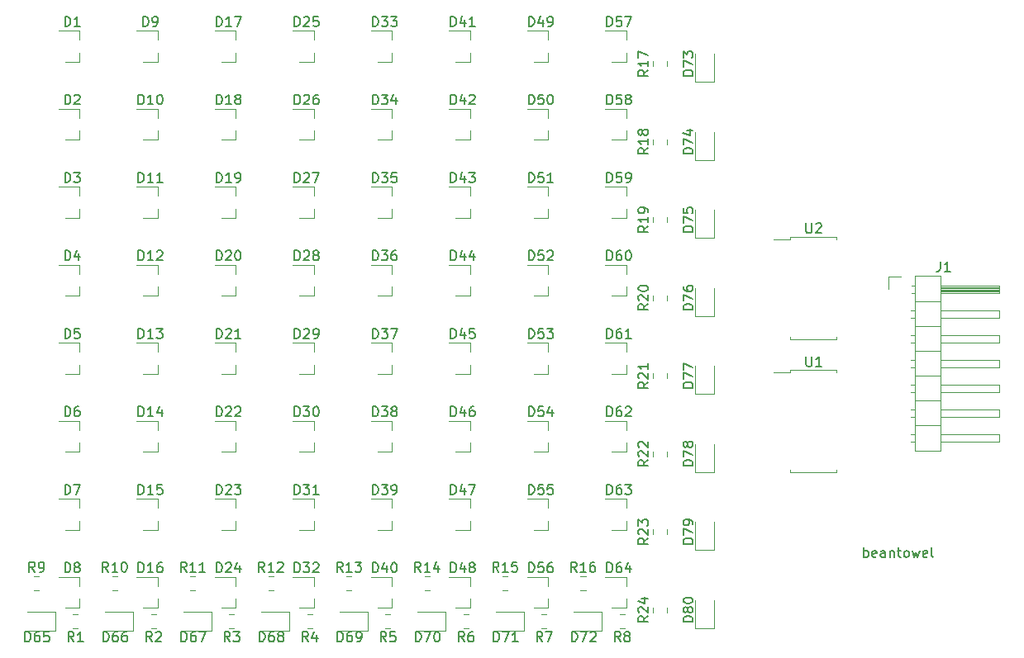
<source format=gbr>
G04 #@! TF.GenerationSoftware,KiCad,Pcbnew,5.1.2-f72e74a~84~ubuntu18.04.1*
G04 #@! TF.CreationDate,2019-06-14T20:13:49+08:00*
G04 #@! TF.ProjectId,simCapSE,73696d43-6170-4534-952e-6b696361645f,rev?*
G04 #@! TF.SameCoordinates,Original*
G04 #@! TF.FileFunction,Legend,Top*
G04 #@! TF.FilePolarity,Positive*
%FSLAX46Y46*%
G04 Gerber Fmt 4.6, Leading zero omitted, Abs format (unit mm)*
G04 Created by KiCad (PCBNEW 5.1.2-f72e74a~84~ubuntu18.04.1) date 2019-06-14 20:13:49*
%MOMM*%
%LPD*%
G04 APERTURE LIST*
%ADD10C,0.150000*%
%ADD11C,0.120000*%
G04 APERTURE END LIST*
D10*
X82900000Y-50602380D02*
X82900000Y-49602380D01*
X82900000Y-49983333D02*
X82995238Y-49935714D01*
X83185714Y-49935714D01*
X83280952Y-49983333D01*
X83328571Y-50030952D01*
X83376190Y-50126190D01*
X83376190Y-50411904D01*
X83328571Y-50507142D01*
X83280952Y-50554761D01*
X83185714Y-50602380D01*
X82995238Y-50602380D01*
X82900000Y-50554761D01*
X84185714Y-50554761D02*
X84090476Y-50602380D01*
X83900000Y-50602380D01*
X83804761Y-50554761D01*
X83757142Y-50459523D01*
X83757142Y-50078571D01*
X83804761Y-49983333D01*
X83900000Y-49935714D01*
X84090476Y-49935714D01*
X84185714Y-49983333D01*
X84233333Y-50078571D01*
X84233333Y-50173809D01*
X83757142Y-50269047D01*
X85090476Y-50602380D02*
X85090476Y-50078571D01*
X85042857Y-49983333D01*
X84947619Y-49935714D01*
X84757142Y-49935714D01*
X84661904Y-49983333D01*
X85090476Y-50554761D02*
X84995238Y-50602380D01*
X84757142Y-50602380D01*
X84661904Y-50554761D01*
X84614285Y-50459523D01*
X84614285Y-50364285D01*
X84661904Y-50269047D01*
X84757142Y-50221428D01*
X84995238Y-50221428D01*
X85090476Y-50173809D01*
X85566666Y-49935714D02*
X85566666Y-50602380D01*
X85566666Y-50030952D02*
X85614285Y-49983333D01*
X85709523Y-49935714D01*
X85852380Y-49935714D01*
X85947619Y-49983333D01*
X85995238Y-50078571D01*
X85995238Y-50602380D01*
X86328571Y-49935714D02*
X86709523Y-49935714D01*
X86471428Y-49602380D02*
X86471428Y-50459523D01*
X86519047Y-50554761D01*
X86614285Y-50602380D01*
X86709523Y-50602380D01*
X87185714Y-50602380D02*
X87090476Y-50554761D01*
X87042857Y-50507142D01*
X86995238Y-50411904D01*
X86995238Y-50126190D01*
X87042857Y-50030952D01*
X87090476Y-49983333D01*
X87185714Y-49935714D01*
X87328571Y-49935714D01*
X87423809Y-49983333D01*
X87471428Y-50030952D01*
X87519047Y-50126190D01*
X87519047Y-50411904D01*
X87471428Y-50507142D01*
X87423809Y-50554761D01*
X87328571Y-50602380D01*
X87185714Y-50602380D01*
X87852380Y-49935714D02*
X88042857Y-50602380D01*
X88233333Y-50126190D01*
X88423809Y-50602380D01*
X88614285Y-49935714D01*
X89376190Y-50554761D02*
X89280952Y-50602380D01*
X89090476Y-50602380D01*
X88995238Y-50554761D01*
X88947619Y-50459523D01*
X88947619Y-50078571D01*
X88995238Y-49983333D01*
X89090476Y-49935714D01*
X89280952Y-49935714D01*
X89376190Y-49983333D01*
X89423809Y-50078571D01*
X89423809Y-50173809D01*
X88947619Y-50269047D01*
X89995238Y-50602380D02*
X89900000Y-50554761D01*
X89852380Y-50459523D01*
X89852380Y-49602380D01*
D11*
X2560000Y220000D02*
X1100000Y220000D01*
X2560000Y3380000D02*
X400000Y3380000D01*
X2560000Y3380000D02*
X2560000Y2450000D01*
X2560000Y220000D02*
X2560000Y1150000D01*
X2560000Y-7780000D02*
X2560000Y-6850000D01*
X2560000Y-4620000D02*
X2560000Y-5550000D01*
X2560000Y-4620000D02*
X400000Y-4620000D01*
X2560000Y-7780000D02*
X1100000Y-7780000D01*
X2560000Y-15780000D02*
X1100000Y-15780000D01*
X2560000Y-12620000D02*
X400000Y-12620000D01*
X2560000Y-12620000D02*
X2560000Y-13550000D01*
X2560000Y-15780000D02*
X2560000Y-14850000D01*
X2560000Y-23780000D02*
X2560000Y-22850000D01*
X2560000Y-20620000D02*
X2560000Y-21550000D01*
X2560000Y-20620000D02*
X400000Y-20620000D01*
X2560000Y-23780000D02*
X1100000Y-23780000D01*
X2560000Y-31780000D02*
X1100000Y-31780000D01*
X2560000Y-28620000D02*
X400000Y-28620000D01*
X2560000Y-28620000D02*
X2560000Y-29550000D01*
X2560000Y-31780000D02*
X2560000Y-30850000D01*
X2560000Y-39780000D02*
X2560000Y-38850000D01*
X2560000Y-36620000D02*
X2560000Y-37550000D01*
X2560000Y-36620000D02*
X400000Y-36620000D01*
X2560000Y-39780000D02*
X1100000Y-39780000D01*
X2560000Y-47780000D02*
X1100000Y-47780000D01*
X2560000Y-44620000D02*
X400000Y-44620000D01*
X2560000Y-44620000D02*
X2560000Y-45550000D01*
X2560000Y-47780000D02*
X2560000Y-46850000D01*
X2560000Y-55780000D02*
X2560000Y-54850000D01*
X2560000Y-52620000D02*
X2560000Y-53550000D01*
X2560000Y-52620000D02*
X400000Y-52620000D01*
X2560000Y-55780000D02*
X1100000Y-55780000D01*
X10560000Y220000D02*
X9100000Y220000D01*
X10560000Y3380000D02*
X8400000Y3380000D01*
X10560000Y3380000D02*
X10560000Y2450000D01*
X10560000Y220000D02*
X10560000Y1150000D01*
X10560000Y-7780000D02*
X10560000Y-6850000D01*
X10560000Y-4620000D02*
X10560000Y-5550000D01*
X10560000Y-4620000D02*
X8400000Y-4620000D01*
X10560000Y-7780000D02*
X9100000Y-7780000D01*
X10560000Y-15780000D02*
X9100000Y-15780000D01*
X10560000Y-12620000D02*
X8400000Y-12620000D01*
X10560000Y-12620000D02*
X10560000Y-13550000D01*
X10560000Y-15780000D02*
X10560000Y-14850000D01*
X10560000Y-23780000D02*
X10560000Y-22850000D01*
X10560000Y-20620000D02*
X10560000Y-21550000D01*
X10560000Y-20620000D02*
X8400000Y-20620000D01*
X10560000Y-23780000D02*
X9100000Y-23780000D01*
X10560000Y-31780000D02*
X9100000Y-31780000D01*
X10560000Y-28620000D02*
X8400000Y-28620000D01*
X10560000Y-28620000D02*
X10560000Y-29550000D01*
X10560000Y-31780000D02*
X10560000Y-30850000D01*
X10560000Y-39780000D02*
X10560000Y-38850000D01*
X10560000Y-36620000D02*
X10560000Y-37550000D01*
X10560000Y-36620000D02*
X8400000Y-36620000D01*
X10560000Y-39780000D02*
X9100000Y-39780000D01*
X10560000Y-47780000D02*
X9100000Y-47780000D01*
X10560000Y-44620000D02*
X8400000Y-44620000D01*
X10560000Y-44620000D02*
X10560000Y-45550000D01*
X10560000Y-47780000D02*
X10560000Y-46850000D01*
X10560000Y-55780000D02*
X10560000Y-54850000D01*
X10560000Y-52620000D02*
X10560000Y-53550000D01*
X10560000Y-52620000D02*
X8400000Y-52620000D01*
X10560000Y-55780000D02*
X9100000Y-55780000D01*
X18560000Y220000D02*
X17100000Y220000D01*
X18560000Y3380000D02*
X16400000Y3380000D01*
X18560000Y3380000D02*
X18560000Y2450000D01*
X18560000Y220000D02*
X18560000Y1150000D01*
X18560000Y-7780000D02*
X18560000Y-6850000D01*
X18560000Y-4620000D02*
X18560000Y-5550000D01*
X18560000Y-4620000D02*
X16400000Y-4620000D01*
X18560000Y-7780000D02*
X17100000Y-7780000D01*
X18560000Y-15780000D02*
X17100000Y-15780000D01*
X18560000Y-12620000D02*
X16400000Y-12620000D01*
X18560000Y-12620000D02*
X18560000Y-13550000D01*
X18560000Y-15780000D02*
X18560000Y-14850000D01*
X18560000Y-23780000D02*
X18560000Y-22850000D01*
X18560000Y-20620000D02*
X18560000Y-21550000D01*
X18560000Y-20620000D02*
X16400000Y-20620000D01*
X18560000Y-23780000D02*
X17100000Y-23780000D01*
X18560000Y-31780000D02*
X18560000Y-30850000D01*
X18560000Y-28620000D02*
X18560000Y-29550000D01*
X18560000Y-28620000D02*
X16400000Y-28620000D01*
X18560000Y-31780000D02*
X17100000Y-31780000D01*
X18560000Y-39780000D02*
X18560000Y-38850000D01*
X18560000Y-36620000D02*
X18560000Y-37550000D01*
X18560000Y-36620000D02*
X16400000Y-36620000D01*
X18560000Y-39780000D02*
X17100000Y-39780000D01*
X18560000Y-47780000D02*
X17100000Y-47780000D01*
X18560000Y-44620000D02*
X16400000Y-44620000D01*
X18560000Y-44620000D02*
X18560000Y-45550000D01*
X18560000Y-47780000D02*
X18560000Y-46850000D01*
X18560000Y-55780000D02*
X18560000Y-54850000D01*
X18560000Y-52620000D02*
X18560000Y-53550000D01*
X18560000Y-52620000D02*
X16400000Y-52620000D01*
X18560000Y-55780000D02*
X17100000Y-55780000D01*
X26560000Y220000D02*
X25100000Y220000D01*
X26560000Y3380000D02*
X24400000Y3380000D01*
X26560000Y3380000D02*
X26560000Y2450000D01*
X26560000Y220000D02*
X26560000Y1150000D01*
X26560000Y-7780000D02*
X26560000Y-6850000D01*
X26560000Y-4620000D02*
X26560000Y-5550000D01*
X26560000Y-4620000D02*
X24400000Y-4620000D01*
X26560000Y-7780000D02*
X25100000Y-7780000D01*
X26560000Y-15780000D02*
X25100000Y-15780000D01*
X26560000Y-12620000D02*
X24400000Y-12620000D01*
X26560000Y-12620000D02*
X26560000Y-13550000D01*
X26560000Y-15780000D02*
X26560000Y-14850000D01*
X26560000Y-23780000D02*
X26560000Y-22850000D01*
X26560000Y-20620000D02*
X26560000Y-21550000D01*
X26560000Y-20620000D02*
X24400000Y-20620000D01*
X26560000Y-23780000D02*
X25100000Y-23780000D01*
X26560000Y-31780000D02*
X25100000Y-31780000D01*
X26560000Y-28620000D02*
X24400000Y-28620000D01*
X26560000Y-28620000D02*
X26560000Y-29550000D01*
X26560000Y-31780000D02*
X26560000Y-30850000D01*
X26560000Y-39780000D02*
X25100000Y-39780000D01*
X26560000Y-36620000D02*
X24400000Y-36620000D01*
X26560000Y-36620000D02*
X26560000Y-37550000D01*
X26560000Y-39780000D02*
X26560000Y-38850000D01*
X26560000Y-47780000D02*
X26560000Y-46850000D01*
X26560000Y-44620000D02*
X26560000Y-45550000D01*
X26560000Y-44620000D02*
X24400000Y-44620000D01*
X26560000Y-47780000D02*
X25100000Y-47780000D01*
X26560000Y-55780000D02*
X25100000Y-55780000D01*
X26560000Y-52620000D02*
X24400000Y-52620000D01*
X26560000Y-52620000D02*
X26560000Y-53550000D01*
X26560000Y-55780000D02*
X26560000Y-54850000D01*
X34560000Y220000D02*
X34560000Y1150000D01*
X34560000Y3380000D02*
X34560000Y2450000D01*
X34560000Y3380000D02*
X32400000Y3380000D01*
X34560000Y220000D02*
X33100000Y220000D01*
X34560000Y-7780000D02*
X33100000Y-7780000D01*
X34560000Y-4620000D02*
X32400000Y-4620000D01*
X34560000Y-4620000D02*
X34560000Y-5550000D01*
X34560000Y-7780000D02*
X34560000Y-6850000D01*
X34560000Y-15780000D02*
X34560000Y-14850000D01*
X34560000Y-12620000D02*
X34560000Y-13550000D01*
X34560000Y-12620000D02*
X32400000Y-12620000D01*
X34560000Y-15780000D02*
X33100000Y-15780000D01*
X34560000Y-23780000D02*
X33100000Y-23780000D01*
X34560000Y-20620000D02*
X32400000Y-20620000D01*
X34560000Y-20620000D02*
X34560000Y-21550000D01*
X34560000Y-23780000D02*
X34560000Y-22850000D01*
X34560000Y-31780000D02*
X34560000Y-30850000D01*
X34560000Y-28620000D02*
X34560000Y-29550000D01*
X34560000Y-28620000D02*
X32400000Y-28620000D01*
X34560000Y-31780000D02*
X33100000Y-31780000D01*
X34560000Y-39780000D02*
X34560000Y-38850000D01*
X34560000Y-36620000D02*
X34560000Y-37550000D01*
X34560000Y-36620000D02*
X32400000Y-36620000D01*
X34560000Y-39780000D02*
X33100000Y-39780000D01*
X34560000Y-47780000D02*
X33100000Y-47780000D01*
X34560000Y-44620000D02*
X32400000Y-44620000D01*
X34560000Y-44620000D02*
X34560000Y-45550000D01*
X34560000Y-47780000D02*
X34560000Y-46850000D01*
X34560000Y-55780000D02*
X33100000Y-55780000D01*
X34560000Y-52620000D02*
X32400000Y-52620000D01*
X34560000Y-52620000D02*
X34560000Y-53550000D01*
X34560000Y-55780000D02*
X34560000Y-54850000D01*
X42560000Y220000D02*
X42560000Y1150000D01*
X42560000Y3380000D02*
X42560000Y2450000D01*
X42560000Y3380000D02*
X40400000Y3380000D01*
X42560000Y220000D02*
X41100000Y220000D01*
X42560000Y-7780000D02*
X41100000Y-7780000D01*
X42560000Y-4620000D02*
X40400000Y-4620000D01*
X42560000Y-4620000D02*
X42560000Y-5550000D01*
X42560000Y-7780000D02*
X42560000Y-6850000D01*
X42560000Y-15780000D02*
X42560000Y-14850000D01*
X42560000Y-12620000D02*
X42560000Y-13550000D01*
X42560000Y-12620000D02*
X40400000Y-12620000D01*
X42560000Y-15780000D02*
X41100000Y-15780000D01*
X42560000Y-23780000D02*
X41100000Y-23780000D01*
X42560000Y-20620000D02*
X40400000Y-20620000D01*
X42560000Y-20620000D02*
X42560000Y-21550000D01*
X42560000Y-23780000D02*
X42560000Y-22850000D01*
X42560000Y-31780000D02*
X41100000Y-31780000D01*
X42560000Y-28620000D02*
X40400000Y-28620000D01*
X42560000Y-28620000D02*
X42560000Y-29550000D01*
X42560000Y-31780000D02*
X42560000Y-30850000D01*
X42560000Y-39780000D02*
X41100000Y-39780000D01*
X42560000Y-36620000D02*
X40400000Y-36620000D01*
X42560000Y-36620000D02*
X42560000Y-37550000D01*
X42560000Y-39780000D02*
X42560000Y-38850000D01*
X42560000Y-47780000D02*
X41100000Y-47780000D01*
X42560000Y-44620000D02*
X40400000Y-44620000D01*
X42560000Y-44620000D02*
X42560000Y-45550000D01*
X42560000Y-47780000D02*
X42560000Y-46850000D01*
X42560000Y-55780000D02*
X41100000Y-55780000D01*
X42560000Y-52620000D02*
X40400000Y-52620000D01*
X42560000Y-52620000D02*
X42560000Y-53550000D01*
X42560000Y-55780000D02*
X42560000Y-54850000D01*
X50560000Y220000D02*
X50560000Y1150000D01*
X50560000Y3380000D02*
X50560000Y2450000D01*
X50560000Y3380000D02*
X48400000Y3380000D01*
X50560000Y220000D02*
X49100000Y220000D01*
X50560000Y-7780000D02*
X50560000Y-6850000D01*
X50560000Y-4620000D02*
X50560000Y-5550000D01*
X50560000Y-4620000D02*
X48400000Y-4620000D01*
X50560000Y-7780000D02*
X49100000Y-7780000D01*
X50560000Y-15780000D02*
X50560000Y-14850000D01*
X50560000Y-12620000D02*
X50560000Y-13550000D01*
X50560000Y-12620000D02*
X48400000Y-12620000D01*
X50560000Y-15780000D02*
X49100000Y-15780000D01*
X50560000Y-23780000D02*
X50560000Y-22850000D01*
X50560000Y-20620000D02*
X50560000Y-21550000D01*
X50560000Y-20620000D02*
X48400000Y-20620000D01*
X50560000Y-23780000D02*
X49100000Y-23780000D01*
X50560000Y-31780000D02*
X49100000Y-31780000D01*
X50560000Y-28620000D02*
X48400000Y-28620000D01*
X50560000Y-28620000D02*
X50560000Y-29550000D01*
X50560000Y-31780000D02*
X50560000Y-30850000D01*
X50560000Y-39780000D02*
X50560000Y-38850000D01*
X50560000Y-36620000D02*
X50560000Y-37550000D01*
X50560000Y-36620000D02*
X48400000Y-36620000D01*
X50560000Y-39780000D02*
X49100000Y-39780000D01*
X50560000Y-47780000D02*
X50560000Y-46850000D01*
X50560000Y-44620000D02*
X50560000Y-45550000D01*
X50560000Y-44620000D02*
X48400000Y-44620000D01*
X50560000Y-47780000D02*
X49100000Y-47780000D01*
X50560000Y-55780000D02*
X50560000Y-54850000D01*
X50560000Y-52620000D02*
X50560000Y-53550000D01*
X50560000Y-52620000D02*
X48400000Y-52620000D01*
X50560000Y-55780000D02*
X49100000Y-55780000D01*
X58560000Y220000D02*
X57100000Y220000D01*
X58560000Y3380000D02*
X56400000Y3380000D01*
X58560000Y3380000D02*
X58560000Y2450000D01*
X58560000Y220000D02*
X58560000Y1150000D01*
X58560000Y-7780000D02*
X58560000Y-6850000D01*
X58560000Y-4620000D02*
X58560000Y-5550000D01*
X58560000Y-4620000D02*
X56400000Y-4620000D01*
X58560000Y-7780000D02*
X57100000Y-7780000D01*
X58560000Y-15780000D02*
X57100000Y-15780000D01*
X58560000Y-12620000D02*
X56400000Y-12620000D01*
X58560000Y-12620000D02*
X58560000Y-13550000D01*
X58560000Y-15780000D02*
X58560000Y-14850000D01*
X58560000Y-23780000D02*
X58560000Y-22850000D01*
X58560000Y-20620000D02*
X58560000Y-21550000D01*
X58560000Y-20620000D02*
X56400000Y-20620000D01*
X58560000Y-23780000D02*
X57100000Y-23780000D01*
X58560000Y-31780000D02*
X58560000Y-30850000D01*
X58560000Y-28620000D02*
X58560000Y-29550000D01*
X58560000Y-28620000D02*
X56400000Y-28620000D01*
X58560000Y-31780000D02*
X57100000Y-31780000D01*
X58560000Y-39780000D02*
X57100000Y-39780000D01*
X58560000Y-36620000D02*
X56400000Y-36620000D01*
X58560000Y-36620000D02*
X58560000Y-37550000D01*
X58560000Y-39780000D02*
X58560000Y-38850000D01*
X58560000Y-47780000D02*
X57100000Y-47780000D01*
X58560000Y-44620000D02*
X56400000Y-44620000D01*
X58560000Y-44620000D02*
X58560000Y-45550000D01*
X58560000Y-47780000D02*
X58560000Y-46850000D01*
X58560000Y-55780000D02*
X57100000Y-55780000D01*
X58560000Y-52620000D02*
X56400000Y-52620000D01*
X58560000Y-52620000D02*
X58560000Y-53550000D01*
X58560000Y-55780000D02*
X58560000Y-54850000D01*
X60000Y-56190000D02*
X-2800000Y-56190000D01*
X60000Y-58110000D02*
X60000Y-56190000D01*
X-2800000Y-58110000D02*
X60000Y-58110000D01*
X5200000Y-58110000D02*
X8060000Y-58110000D01*
X8060000Y-58110000D02*
X8060000Y-56190000D01*
X8060000Y-56190000D02*
X5200000Y-56190000D01*
X16060000Y-56190000D02*
X13200000Y-56190000D01*
X16060000Y-58110000D02*
X16060000Y-56190000D01*
X13200000Y-58110000D02*
X16060000Y-58110000D01*
X21200000Y-58110000D02*
X24060000Y-58110000D01*
X24060000Y-58110000D02*
X24060000Y-56190000D01*
X24060000Y-56190000D02*
X21200000Y-56190000D01*
X29200000Y-58110000D02*
X32060000Y-58110000D01*
X32060000Y-58110000D02*
X32060000Y-56190000D01*
X32060000Y-56190000D02*
X29200000Y-56190000D01*
X37200000Y-58110000D02*
X40060000Y-58110000D01*
X40060000Y-58110000D02*
X40060000Y-56190000D01*
X40060000Y-56190000D02*
X37200000Y-56190000D01*
X48060000Y-56190000D02*
X45200000Y-56190000D01*
X48060000Y-58110000D02*
X48060000Y-56190000D01*
X45200000Y-58110000D02*
X48060000Y-58110000D01*
X53200000Y-58110000D02*
X56060000Y-58110000D01*
X56060000Y-58110000D02*
X56060000Y-56190000D01*
X56060000Y-56190000D02*
X53200000Y-56190000D01*
X65639999Y1000000D02*
X65639999Y-1860000D01*
X65639999Y-1860000D02*
X67559999Y-1860000D01*
X67559999Y-1860000D02*
X67559999Y1000000D01*
X67559999Y-9860000D02*
X67559999Y-7000000D01*
X65639999Y-9860000D02*
X67559999Y-9860000D01*
X65639999Y-7000000D02*
X65639999Y-9860000D01*
X65639999Y-15000000D02*
X65639999Y-17860000D01*
X65639999Y-17860000D02*
X67559999Y-17860000D01*
X67559999Y-17860000D02*
X67559999Y-15000000D01*
X67559999Y-25860000D02*
X67559999Y-23000000D01*
X65639999Y-25860000D02*
X67559999Y-25860000D01*
X65639999Y-23000000D02*
X65639999Y-25860000D01*
X67559999Y-33860000D02*
X67559999Y-31000000D01*
X65639999Y-33860000D02*
X67559999Y-33860000D01*
X65639999Y-31000000D02*
X65639999Y-33860000D01*
X67559999Y-41860000D02*
X67559999Y-39000000D01*
X65639999Y-41860000D02*
X67559999Y-41860000D01*
X65639999Y-39000000D02*
X65639999Y-41860000D01*
X65639999Y-47000000D02*
X65639999Y-49860000D01*
X65639999Y-49860000D02*
X67559999Y-49860000D01*
X67559999Y-49860000D02*
X67559999Y-47000000D01*
X67559999Y-57860000D02*
X67559999Y-55000000D01*
X65639999Y-57860000D02*
X67559999Y-57860000D01*
X65639999Y-55000000D02*
X65639999Y-57860000D01*
X88140000Y-21770000D02*
X88140000Y-39670000D01*
X88140000Y-39670000D02*
X90800000Y-39670000D01*
X90800000Y-39670000D02*
X90800000Y-21770000D01*
X90800000Y-21770000D02*
X88140000Y-21770000D01*
X90800000Y-22720000D02*
X96800000Y-22720000D01*
X96800000Y-22720000D02*
X96800000Y-23480000D01*
X96800000Y-23480000D02*
X90800000Y-23480000D01*
X90800000Y-22780000D02*
X96800000Y-22780000D01*
X90800000Y-22900000D02*
X96800000Y-22900000D01*
X90800000Y-23020000D02*
X96800000Y-23020000D01*
X90800000Y-23140000D02*
X96800000Y-23140000D01*
X90800000Y-23260000D02*
X96800000Y-23260000D01*
X90800000Y-23380000D02*
X96800000Y-23380000D01*
X87810000Y-22720000D02*
X88140000Y-22720000D01*
X87810000Y-23480000D02*
X88140000Y-23480000D01*
X88140000Y-24370000D02*
X90800000Y-24370000D01*
X90800000Y-25260000D02*
X96800000Y-25260000D01*
X96800000Y-25260000D02*
X96800000Y-26020000D01*
X96800000Y-26020000D02*
X90800000Y-26020000D01*
X87742929Y-25260000D02*
X88140000Y-25260000D01*
X87742929Y-26020000D02*
X88140000Y-26020000D01*
X88140000Y-26910000D02*
X90800000Y-26910000D01*
X90800000Y-27800000D02*
X96800000Y-27800000D01*
X96800000Y-27800000D02*
X96800000Y-28560000D01*
X96800000Y-28560000D02*
X90800000Y-28560000D01*
X87742929Y-27800000D02*
X88140000Y-27800000D01*
X87742929Y-28560000D02*
X88140000Y-28560000D01*
X88140000Y-29450000D02*
X90800000Y-29450000D01*
X90800000Y-30340000D02*
X96800000Y-30340000D01*
X96800000Y-30340000D02*
X96800000Y-31100000D01*
X96800000Y-31100000D02*
X90800000Y-31100000D01*
X87742929Y-30340000D02*
X88140000Y-30340000D01*
X87742929Y-31100000D02*
X88140000Y-31100000D01*
X88140000Y-31990000D02*
X90800000Y-31990000D01*
X90800000Y-32880000D02*
X96800000Y-32880000D01*
X96800000Y-32880000D02*
X96800000Y-33640000D01*
X96800000Y-33640000D02*
X90800000Y-33640000D01*
X87742929Y-32880000D02*
X88140000Y-32880000D01*
X87742929Y-33640000D02*
X88140000Y-33640000D01*
X88140000Y-34530000D02*
X90800000Y-34530000D01*
X90800000Y-35420000D02*
X96800000Y-35420000D01*
X96800000Y-35420000D02*
X96800000Y-36180000D01*
X96800000Y-36180000D02*
X90800000Y-36180000D01*
X87742929Y-35420000D02*
X88140000Y-35420000D01*
X87742929Y-36180000D02*
X88140000Y-36180000D01*
X88140000Y-37070000D02*
X90800000Y-37070000D01*
X90800000Y-37960000D02*
X96800000Y-37960000D01*
X96800000Y-37960000D02*
X96800000Y-38720000D01*
X96800000Y-38720000D02*
X90800000Y-38720000D01*
X87742929Y-37960000D02*
X88140000Y-37960000D01*
X87742929Y-38720000D02*
X88140000Y-38720000D01*
X85430000Y-23100000D02*
X85430000Y-21830000D01*
X85430000Y-21830000D02*
X86700000Y-21830000D01*
X2411252Y-57860000D02*
X1888748Y-57860000D01*
X2411252Y-56440000D02*
X1888748Y-56440000D01*
X10411252Y-56440000D02*
X9888748Y-56440000D01*
X10411252Y-57860000D02*
X9888748Y-57860000D01*
X18411252Y-57860000D02*
X17888748Y-57860000D01*
X18411252Y-56440000D02*
X17888748Y-56440000D01*
X26411252Y-56440000D02*
X25888748Y-56440000D01*
X26411252Y-57860000D02*
X25888748Y-57860000D01*
X34411252Y-57860000D02*
X33888748Y-57860000D01*
X34411252Y-56440000D02*
X33888748Y-56440000D01*
X42411252Y-56440000D02*
X41888748Y-56440000D01*
X42411252Y-57860000D02*
X41888748Y-57860000D01*
X50411252Y-57860000D02*
X49888748Y-57860000D01*
X50411252Y-56440000D02*
X49888748Y-56440000D01*
X58411252Y-57860000D02*
X57888748Y-57860000D01*
X58411252Y-56440000D02*
X57888748Y-56440000D01*
X-2111252Y-54010000D02*
X-1588748Y-54010000D01*
X-2111252Y-52590000D02*
X-1588748Y-52590000D01*
X5888748Y-54010000D02*
X6411252Y-54010000D01*
X5888748Y-52590000D02*
X6411252Y-52590000D01*
X13888748Y-52590000D02*
X14411252Y-52590000D01*
X13888748Y-54010000D02*
X14411252Y-54010000D01*
X21888748Y-52590000D02*
X22411252Y-52590000D01*
X21888748Y-54010000D02*
X22411252Y-54010000D01*
X29888748Y-52590000D02*
X30411252Y-52590000D01*
X29888748Y-54010000D02*
X30411252Y-54010000D01*
X37888748Y-54010000D02*
X38411252Y-54010000D01*
X37888748Y-52590000D02*
X38411252Y-52590000D01*
X45888748Y-54010000D02*
X46411252Y-54010000D01*
X45888748Y-52590000D02*
X46411252Y-52590000D01*
X53888748Y-52590000D02*
X54411252Y-52590000D01*
X53888748Y-54010000D02*
X54411252Y-54010000D01*
X62710000Y-261252D02*
X62710000Y261252D01*
X61290000Y-261252D02*
X61290000Y261252D01*
X62710000Y-8261252D02*
X62710000Y-7738748D01*
X61290000Y-8261252D02*
X61290000Y-7738748D01*
X61290000Y-16261252D02*
X61290000Y-15738748D01*
X62710000Y-16261252D02*
X62710000Y-15738748D01*
X62710000Y-24261252D02*
X62710000Y-23738748D01*
X61290000Y-24261252D02*
X61290000Y-23738748D01*
X62710000Y-32261252D02*
X62710000Y-31738748D01*
X61290000Y-32261252D02*
X61290000Y-31738748D01*
X61290000Y-40261252D02*
X61290000Y-39738748D01*
X62710000Y-40261252D02*
X62710000Y-39738748D01*
X62710000Y-48261252D02*
X62710000Y-47738748D01*
X61290000Y-48261252D02*
X61290000Y-47738748D01*
X61290000Y-56261252D02*
X61290000Y-55738748D01*
X62710000Y-56261252D02*
X62710000Y-55738748D01*
X75365000Y-31660000D02*
X73700000Y-31660000D01*
X75365000Y-31405000D02*
X75365000Y-31660000D01*
X77750000Y-31405000D02*
X75365000Y-31405000D01*
X80135000Y-31405000D02*
X80135000Y-31660000D01*
X77750000Y-31405000D02*
X80135000Y-31405000D01*
X75365000Y-41925000D02*
X75365000Y-41670000D01*
X77750000Y-41925000D02*
X75365000Y-41925000D01*
X80135000Y-41925000D02*
X80135000Y-41670000D01*
X77750000Y-41925000D02*
X80135000Y-41925000D01*
X77750000Y-28255000D02*
X80135000Y-28255000D01*
X80135000Y-28255000D02*
X80135000Y-28000000D01*
X77750000Y-28255000D02*
X75365000Y-28255000D01*
X75365000Y-28255000D02*
X75365000Y-28000000D01*
X77750000Y-17735000D02*
X80135000Y-17735000D01*
X80135000Y-17735000D02*
X80135000Y-17990000D01*
X77750000Y-17735000D02*
X75365000Y-17735000D01*
X75365000Y-17735000D02*
X75365000Y-17990000D01*
X75365000Y-17990000D02*
X73700000Y-17990000D01*
D10*
X1061904Y3847619D02*
X1061904Y4847619D01*
X1300000Y4847619D01*
X1442857Y4800000D01*
X1538095Y4704761D01*
X1585714Y4609523D01*
X1633333Y4419047D01*
X1633333Y4276190D01*
X1585714Y4085714D01*
X1538095Y3990476D01*
X1442857Y3895238D01*
X1300000Y3847619D01*
X1061904Y3847619D01*
X2585714Y3847619D02*
X2014285Y3847619D01*
X2300000Y3847619D02*
X2300000Y4847619D01*
X2204761Y4704761D01*
X2109523Y4609523D01*
X2014285Y4561904D01*
X1061904Y-4152380D02*
X1061904Y-3152380D01*
X1300000Y-3152380D01*
X1442857Y-3200000D01*
X1538095Y-3295238D01*
X1585714Y-3390476D01*
X1633333Y-3580952D01*
X1633333Y-3723809D01*
X1585714Y-3914285D01*
X1538095Y-4009523D01*
X1442857Y-4104761D01*
X1300000Y-4152380D01*
X1061904Y-4152380D01*
X2014285Y-3247619D02*
X2061904Y-3200000D01*
X2157142Y-3152380D01*
X2395238Y-3152380D01*
X2490476Y-3200000D01*
X2538095Y-3247619D01*
X2585714Y-3342857D01*
X2585714Y-3438095D01*
X2538095Y-3580952D01*
X1966666Y-4152380D01*
X2585714Y-4152380D01*
X1061904Y-12152380D02*
X1061904Y-11152380D01*
X1300000Y-11152380D01*
X1442857Y-11200000D01*
X1538095Y-11295238D01*
X1585714Y-11390476D01*
X1633333Y-11580952D01*
X1633333Y-11723809D01*
X1585714Y-11914285D01*
X1538095Y-12009523D01*
X1442857Y-12104761D01*
X1300000Y-12152380D01*
X1061904Y-12152380D01*
X1966666Y-11152380D02*
X2585714Y-11152380D01*
X2252380Y-11533333D01*
X2395238Y-11533333D01*
X2490476Y-11580952D01*
X2538095Y-11628571D01*
X2585714Y-11723809D01*
X2585714Y-11961904D01*
X2538095Y-12057142D01*
X2490476Y-12104761D01*
X2395238Y-12152380D01*
X2109523Y-12152380D01*
X2014285Y-12104761D01*
X1966666Y-12057142D01*
X1061904Y-20152380D02*
X1061904Y-19152380D01*
X1300000Y-19152380D01*
X1442857Y-19200000D01*
X1538095Y-19295238D01*
X1585714Y-19390476D01*
X1633333Y-19580952D01*
X1633333Y-19723809D01*
X1585714Y-19914285D01*
X1538095Y-20009523D01*
X1442857Y-20104761D01*
X1300000Y-20152380D01*
X1061904Y-20152380D01*
X2490476Y-19485714D02*
X2490476Y-20152380D01*
X2252380Y-19104761D02*
X2014285Y-19819047D01*
X2633333Y-19819047D01*
X1061904Y-28152380D02*
X1061904Y-27152380D01*
X1300000Y-27152380D01*
X1442857Y-27200000D01*
X1538095Y-27295238D01*
X1585714Y-27390476D01*
X1633333Y-27580952D01*
X1633333Y-27723809D01*
X1585714Y-27914285D01*
X1538095Y-28009523D01*
X1442857Y-28104761D01*
X1300000Y-28152380D01*
X1061904Y-28152380D01*
X2538095Y-27152380D02*
X2061904Y-27152380D01*
X2014285Y-27628571D01*
X2061904Y-27580952D01*
X2157142Y-27533333D01*
X2395238Y-27533333D01*
X2490476Y-27580952D01*
X2538095Y-27628571D01*
X2585714Y-27723809D01*
X2585714Y-27961904D01*
X2538095Y-28057142D01*
X2490476Y-28104761D01*
X2395238Y-28152380D01*
X2157142Y-28152380D01*
X2061904Y-28104761D01*
X2014285Y-28057142D01*
X1061904Y-36152380D02*
X1061904Y-35152380D01*
X1300000Y-35152380D01*
X1442857Y-35200000D01*
X1538095Y-35295238D01*
X1585714Y-35390476D01*
X1633333Y-35580952D01*
X1633333Y-35723809D01*
X1585714Y-35914285D01*
X1538095Y-36009523D01*
X1442857Y-36104761D01*
X1300000Y-36152380D01*
X1061904Y-36152380D01*
X2490476Y-35152380D02*
X2300000Y-35152380D01*
X2204761Y-35200000D01*
X2157142Y-35247619D01*
X2061904Y-35390476D01*
X2014285Y-35580952D01*
X2014285Y-35961904D01*
X2061904Y-36057142D01*
X2109523Y-36104761D01*
X2204761Y-36152380D01*
X2395238Y-36152380D01*
X2490476Y-36104761D01*
X2538095Y-36057142D01*
X2585714Y-35961904D01*
X2585714Y-35723809D01*
X2538095Y-35628571D01*
X2490476Y-35580952D01*
X2395238Y-35533333D01*
X2204761Y-35533333D01*
X2109523Y-35580952D01*
X2061904Y-35628571D01*
X2014285Y-35723809D01*
X1061904Y-44152380D02*
X1061904Y-43152380D01*
X1300000Y-43152380D01*
X1442857Y-43200000D01*
X1538095Y-43295238D01*
X1585714Y-43390476D01*
X1633333Y-43580952D01*
X1633333Y-43723809D01*
X1585714Y-43914285D01*
X1538095Y-44009523D01*
X1442857Y-44104761D01*
X1300000Y-44152380D01*
X1061904Y-44152380D01*
X1966666Y-43152380D02*
X2633333Y-43152380D01*
X2204761Y-44152380D01*
X1061904Y-52152380D02*
X1061904Y-51152380D01*
X1300000Y-51152380D01*
X1442857Y-51200000D01*
X1538095Y-51295238D01*
X1585714Y-51390476D01*
X1633333Y-51580952D01*
X1633333Y-51723809D01*
X1585714Y-51914285D01*
X1538095Y-52009523D01*
X1442857Y-52104761D01*
X1300000Y-52152380D01*
X1061904Y-52152380D01*
X2204761Y-51580952D02*
X2109523Y-51533333D01*
X2061904Y-51485714D01*
X2014285Y-51390476D01*
X2014285Y-51342857D01*
X2061904Y-51247619D01*
X2109523Y-51200000D01*
X2204761Y-51152380D01*
X2395238Y-51152380D01*
X2490476Y-51200000D01*
X2538095Y-51247619D01*
X2585714Y-51342857D01*
X2585714Y-51390476D01*
X2538095Y-51485714D01*
X2490476Y-51533333D01*
X2395238Y-51580952D01*
X2204761Y-51580952D01*
X2109523Y-51628571D01*
X2061904Y-51676190D01*
X2014285Y-51771428D01*
X2014285Y-51961904D01*
X2061904Y-52057142D01*
X2109523Y-52104761D01*
X2204761Y-52152380D01*
X2395238Y-52152380D01*
X2490476Y-52104761D01*
X2538095Y-52057142D01*
X2585714Y-51961904D01*
X2585714Y-51771428D01*
X2538095Y-51676190D01*
X2490476Y-51628571D01*
X2395238Y-51580952D01*
X9061904Y3847619D02*
X9061904Y4847619D01*
X9300000Y4847619D01*
X9442857Y4800000D01*
X9538095Y4704761D01*
X9585714Y4609523D01*
X9633333Y4419047D01*
X9633333Y4276190D01*
X9585714Y4085714D01*
X9538095Y3990476D01*
X9442857Y3895238D01*
X9300000Y3847619D01*
X9061904Y3847619D01*
X10109523Y3847619D02*
X10300000Y3847619D01*
X10395238Y3895238D01*
X10442857Y3942857D01*
X10538095Y4085714D01*
X10585714Y4276190D01*
X10585714Y4657142D01*
X10538095Y4752380D01*
X10490476Y4800000D01*
X10395238Y4847619D01*
X10204761Y4847619D01*
X10109523Y4800000D01*
X10061904Y4752380D01*
X10014285Y4657142D01*
X10014285Y4419047D01*
X10061904Y4323809D01*
X10109523Y4276190D01*
X10204761Y4228571D01*
X10395238Y4228571D01*
X10490476Y4276190D01*
X10538095Y4323809D01*
X10585714Y4419047D01*
X8585714Y-4152380D02*
X8585714Y-3152380D01*
X8823809Y-3152380D01*
X8966666Y-3200000D01*
X9061904Y-3295238D01*
X9109523Y-3390476D01*
X9157142Y-3580952D01*
X9157142Y-3723809D01*
X9109523Y-3914285D01*
X9061904Y-4009523D01*
X8966666Y-4104761D01*
X8823809Y-4152380D01*
X8585714Y-4152380D01*
X10109523Y-4152380D02*
X9538095Y-4152380D01*
X9823809Y-4152380D02*
X9823809Y-3152380D01*
X9728571Y-3295238D01*
X9633333Y-3390476D01*
X9538095Y-3438095D01*
X10728571Y-3152380D02*
X10823809Y-3152380D01*
X10919047Y-3200000D01*
X10966666Y-3247619D01*
X11014285Y-3342857D01*
X11061904Y-3533333D01*
X11061904Y-3771428D01*
X11014285Y-3961904D01*
X10966666Y-4057142D01*
X10919047Y-4104761D01*
X10823809Y-4152380D01*
X10728571Y-4152380D01*
X10633333Y-4104761D01*
X10585714Y-4057142D01*
X10538095Y-3961904D01*
X10490476Y-3771428D01*
X10490476Y-3533333D01*
X10538095Y-3342857D01*
X10585714Y-3247619D01*
X10633333Y-3200000D01*
X10728571Y-3152380D01*
X8585714Y-12152380D02*
X8585714Y-11152380D01*
X8823809Y-11152380D01*
X8966666Y-11200000D01*
X9061904Y-11295238D01*
X9109523Y-11390476D01*
X9157142Y-11580952D01*
X9157142Y-11723809D01*
X9109523Y-11914285D01*
X9061904Y-12009523D01*
X8966666Y-12104761D01*
X8823809Y-12152380D01*
X8585714Y-12152380D01*
X10109523Y-12152380D02*
X9538095Y-12152380D01*
X9823809Y-12152380D02*
X9823809Y-11152380D01*
X9728571Y-11295238D01*
X9633333Y-11390476D01*
X9538095Y-11438095D01*
X11061904Y-12152380D02*
X10490476Y-12152380D01*
X10776190Y-12152380D02*
X10776190Y-11152380D01*
X10680952Y-11295238D01*
X10585714Y-11390476D01*
X10490476Y-11438095D01*
X8585714Y-20152380D02*
X8585714Y-19152380D01*
X8823809Y-19152380D01*
X8966666Y-19200000D01*
X9061904Y-19295238D01*
X9109523Y-19390476D01*
X9157142Y-19580952D01*
X9157142Y-19723809D01*
X9109523Y-19914285D01*
X9061904Y-20009523D01*
X8966666Y-20104761D01*
X8823809Y-20152380D01*
X8585714Y-20152380D01*
X10109523Y-20152380D02*
X9538095Y-20152380D01*
X9823809Y-20152380D02*
X9823809Y-19152380D01*
X9728571Y-19295238D01*
X9633333Y-19390476D01*
X9538095Y-19438095D01*
X10490476Y-19247619D02*
X10538095Y-19200000D01*
X10633333Y-19152380D01*
X10871428Y-19152380D01*
X10966666Y-19200000D01*
X11014285Y-19247619D01*
X11061904Y-19342857D01*
X11061904Y-19438095D01*
X11014285Y-19580952D01*
X10442857Y-20152380D01*
X11061904Y-20152380D01*
X8585714Y-28152380D02*
X8585714Y-27152380D01*
X8823809Y-27152380D01*
X8966666Y-27200000D01*
X9061904Y-27295238D01*
X9109523Y-27390476D01*
X9157142Y-27580952D01*
X9157142Y-27723809D01*
X9109523Y-27914285D01*
X9061904Y-28009523D01*
X8966666Y-28104761D01*
X8823809Y-28152380D01*
X8585714Y-28152380D01*
X10109523Y-28152380D02*
X9538095Y-28152380D01*
X9823809Y-28152380D02*
X9823809Y-27152380D01*
X9728571Y-27295238D01*
X9633333Y-27390476D01*
X9538095Y-27438095D01*
X10442857Y-27152380D02*
X11061904Y-27152380D01*
X10728571Y-27533333D01*
X10871428Y-27533333D01*
X10966666Y-27580952D01*
X11014285Y-27628571D01*
X11061904Y-27723809D01*
X11061904Y-27961904D01*
X11014285Y-28057142D01*
X10966666Y-28104761D01*
X10871428Y-28152380D01*
X10585714Y-28152380D01*
X10490476Y-28104761D01*
X10442857Y-28057142D01*
X8585714Y-36152380D02*
X8585714Y-35152380D01*
X8823809Y-35152380D01*
X8966666Y-35200000D01*
X9061904Y-35295238D01*
X9109523Y-35390476D01*
X9157142Y-35580952D01*
X9157142Y-35723809D01*
X9109523Y-35914285D01*
X9061904Y-36009523D01*
X8966666Y-36104761D01*
X8823809Y-36152380D01*
X8585714Y-36152380D01*
X10109523Y-36152380D02*
X9538095Y-36152380D01*
X9823809Y-36152380D02*
X9823809Y-35152380D01*
X9728571Y-35295238D01*
X9633333Y-35390476D01*
X9538095Y-35438095D01*
X10966666Y-35485714D02*
X10966666Y-36152380D01*
X10728571Y-35104761D02*
X10490476Y-35819047D01*
X11109523Y-35819047D01*
X8585714Y-44152380D02*
X8585714Y-43152380D01*
X8823809Y-43152380D01*
X8966666Y-43200000D01*
X9061904Y-43295238D01*
X9109523Y-43390476D01*
X9157142Y-43580952D01*
X9157142Y-43723809D01*
X9109523Y-43914285D01*
X9061904Y-44009523D01*
X8966666Y-44104761D01*
X8823809Y-44152380D01*
X8585714Y-44152380D01*
X10109523Y-44152380D02*
X9538095Y-44152380D01*
X9823809Y-44152380D02*
X9823809Y-43152380D01*
X9728571Y-43295238D01*
X9633333Y-43390476D01*
X9538095Y-43438095D01*
X11014285Y-43152380D02*
X10538095Y-43152380D01*
X10490476Y-43628571D01*
X10538095Y-43580952D01*
X10633333Y-43533333D01*
X10871428Y-43533333D01*
X10966666Y-43580952D01*
X11014285Y-43628571D01*
X11061904Y-43723809D01*
X11061904Y-43961904D01*
X11014285Y-44057142D01*
X10966666Y-44104761D01*
X10871428Y-44152380D01*
X10633333Y-44152380D01*
X10538095Y-44104761D01*
X10490476Y-44057142D01*
X8585714Y-52152380D02*
X8585714Y-51152380D01*
X8823809Y-51152380D01*
X8966666Y-51200000D01*
X9061904Y-51295238D01*
X9109523Y-51390476D01*
X9157142Y-51580952D01*
X9157142Y-51723809D01*
X9109523Y-51914285D01*
X9061904Y-52009523D01*
X8966666Y-52104761D01*
X8823809Y-52152380D01*
X8585714Y-52152380D01*
X10109523Y-52152380D02*
X9538095Y-52152380D01*
X9823809Y-52152380D02*
X9823809Y-51152380D01*
X9728571Y-51295238D01*
X9633333Y-51390476D01*
X9538095Y-51438095D01*
X10966666Y-51152380D02*
X10776190Y-51152380D01*
X10680952Y-51200000D01*
X10633333Y-51247619D01*
X10538095Y-51390476D01*
X10490476Y-51580952D01*
X10490476Y-51961904D01*
X10538095Y-52057142D01*
X10585714Y-52104761D01*
X10680952Y-52152380D01*
X10871428Y-52152380D01*
X10966666Y-52104761D01*
X11014285Y-52057142D01*
X11061904Y-51961904D01*
X11061904Y-51723809D01*
X11014285Y-51628571D01*
X10966666Y-51580952D01*
X10871428Y-51533333D01*
X10680952Y-51533333D01*
X10585714Y-51580952D01*
X10538095Y-51628571D01*
X10490476Y-51723809D01*
X16585714Y3847619D02*
X16585714Y4847619D01*
X16823809Y4847619D01*
X16966666Y4800000D01*
X17061904Y4704761D01*
X17109523Y4609523D01*
X17157142Y4419047D01*
X17157142Y4276190D01*
X17109523Y4085714D01*
X17061904Y3990476D01*
X16966666Y3895238D01*
X16823809Y3847619D01*
X16585714Y3847619D01*
X18109523Y3847619D02*
X17538095Y3847619D01*
X17823809Y3847619D02*
X17823809Y4847619D01*
X17728571Y4704761D01*
X17633333Y4609523D01*
X17538095Y4561904D01*
X18442857Y4847619D02*
X19109523Y4847619D01*
X18680952Y3847619D01*
X16585714Y-4152380D02*
X16585714Y-3152380D01*
X16823809Y-3152380D01*
X16966666Y-3200000D01*
X17061904Y-3295238D01*
X17109523Y-3390476D01*
X17157142Y-3580952D01*
X17157142Y-3723809D01*
X17109523Y-3914285D01*
X17061904Y-4009523D01*
X16966666Y-4104761D01*
X16823809Y-4152380D01*
X16585714Y-4152380D01*
X18109523Y-4152380D02*
X17538095Y-4152380D01*
X17823809Y-4152380D02*
X17823809Y-3152380D01*
X17728571Y-3295238D01*
X17633333Y-3390476D01*
X17538095Y-3438095D01*
X18680952Y-3580952D02*
X18585714Y-3533333D01*
X18538095Y-3485714D01*
X18490476Y-3390476D01*
X18490476Y-3342857D01*
X18538095Y-3247619D01*
X18585714Y-3200000D01*
X18680952Y-3152380D01*
X18871428Y-3152380D01*
X18966666Y-3200000D01*
X19014285Y-3247619D01*
X19061904Y-3342857D01*
X19061904Y-3390476D01*
X19014285Y-3485714D01*
X18966666Y-3533333D01*
X18871428Y-3580952D01*
X18680952Y-3580952D01*
X18585714Y-3628571D01*
X18538095Y-3676190D01*
X18490476Y-3771428D01*
X18490476Y-3961904D01*
X18538095Y-4057142D01*
X18585714Y-4104761D01*
X18680952Y-4152380D01*
X18871428Y-4152380D01*
X18966666Y-4104761D01*
X19014285Y-4057142D01*
X19061904Y-3961904D01*
X19061904Y-3771428D01*
X19014285Y-3676190D01*
X18966666Y-3628571D01*
X18871428Y-3580952D01*
X16585714Y-12152380D02*
X16585714Y-11152380D01*
X16823809Y-11152380D01*
X16966666Y-11200000D01*
X17061904Y-11295238D01*
X17109523Y-11390476D01*
X17157142Y-11580952D01*
X17157142Y-11723809D01*
X17109523Y-11914285D01*
X17061904Y-12009523D01*
X16966666Y-12104761D01*
X16823809Y-12152380D01*
X16585714Y-12152380D01*
X18109523Y-12152380D02*
X17538095Y-12152380D01*
X17823809Y-12152380D02*
X17823809Y-11152380D01*
X17728571Y-11295238D01*
X17633333Y-11390476D01*
X17538095Y-11438095D01*
X18585714Y-12152380D02*
X18776190Y-12152380D01*
X18871428Y-12104761D01*
X18919047Y-12057142D01*
X19014285Y-11914285D01*
X19061904Y-11723809D01*
X19061904Y-11342857D01*
X19014285Y-11247619D01*
X18966666Y-11200000D01*
X18871428Y-11152380D01*
X18680952Y-11152380D01*
X18585714Y-11200000D01*
X18538095Y-11247619D01*
X18490476Y-11342857D01*
X18490476Y-11580952D01*
X18538095Y-11676190D01*
X18585714Y-11723809D01*
X18680952Y-11771428D01*
X18871428Y-11771428D01*
X18966666Y-11723809D01*
X19014285Y-11676190D01*
X19061904Y-11580952D01*
X16585714Y-20152380D02*
X16585714Y-19152380D01*
X16823809Y-19152380D01*
X16966666Y-19200000D01*
X17061904Y-19295238D01*
X17109523Y-19390476D01*
X17157142Y-19580952D01*
X17157142Y-19723809D01*
X17109523Y-19914285D01*
X17061904Y-20009523D01*
X16966666Y-20104761D01*
X16823809Y-20152380D01*
X16585714Y-20152380D01*
X17538095Y-19247619D02*
X17585714Y-19200000D01*
X17680952Y-19152380D01*
X17919047Y-19152380D01*
X18014285Y-19200000D01*
X18061904Y-19247619D01*
X18109523Y-19342857D01*
X18109523Y-19438095D01*
X18061904Y-19580952D01*
X17490476Y-20152380D01*
X18109523Y-20152380D01*
X18728571Y-19152380D02*
X18823809Y-19152380D01*
X18919047Y-19200000D01*
X18966666Y-19247619D01*
X19014285Y-19342857D01*
X19061904Y-19533333D01*
X19061904Y-19771428D01*
X19014285Y-19961904D01*
X18966666Y-20057142D01*
X18919047Y-20104761D01*
X18823809Y-20152380D01*
X18728571Y-20152380D01*
X18633333Y-20104761D01*
X18585714Y-20057142D01*
X18538095Y-19961904D01*
X18490476Y-19771428D01*
X18490476Y-19533333D01*
X18538095Y-19342857D01*
X18585714Y-19247619D01*
X18633333Y-19200000D01*
X18728571Y-19152380D01*
X16585714Y-28152380D02*
X16585714Y-27152380D01*
X16823809Y-27152380D01*
X16966666Y-27200000D01*
X17061904Y-27295238D01*
X17109523Y-27390476D01*
X17157142Y-27580952D01*
X17157142Y-27723809D01*
X17109523Y-27914285D01*
X17061904Y-28009523D01*
X16966666Y-28104761D01*
X16823809Y-28152380D01*
X16585714Y-28152380D01*
X17538095Y-27247619D02*
X17585714Y-27200000D01*
X17680952Y-27152380D01*
X17919047Y-27152380D01*
X18014285Y-27200000D01*
X18061904Y-27247619D01*
X18109523Y-27342857D01*
X18109523Y-27438095D01*
X18061904Y-27580952D01*
X17490476Y-28152380D01*
X18109523Y-28152380D01*
X19061904Y-28152380D02*
X18490476Y-28152380D01*
X18776190Y-28152380D02*
X18776190Y-27152380D01*
X18680952Y-27295238D01*
X18585714Y-27390476D01*
X18490476Y-27438095D01*
X16585714Y-36152380D02*
X16585714Y-35152380D01*
X16823809Y-35152380D01*
X16966666Y-35200000D01*
X17061904Y-35295238D01*
X17109523Y-35390476D01*
X17157142Y-35580952D01*
X17157142Y-35723809D01*
X17109523Y-35914285D01*
X17061904Y-36009523D01*
X16966666Y-36104761D01*
X16823809Y-36152380D01*
X16585714Y-36152380D01*
X17538095Y-35247619D02*
X17585714Y-35200000D01*
X17680952Y-35152380D01*
X17919047Y-35152380D01*
X18014285Y-35200000D01*
X18061904Y-35247619D01*
X18109523Y-35342857D01*
X18109523Y-35438095D01*
X18061904Y-35580952D01*
X17490476Y-36152380D01*
X18109523Y-36152380D01*
X18490476Y-35247619D02*
X18538095Y-35200000D01*
X18633333Y-35152380D01*
X18871428Y-35152380D01*
X18966666Y-35200000D01*
X19014285Y-35247619D01*
X19061904Y-35342857D01*
X19061904Y-35438095D01*
X19014285Y-35580952D01*
X18442857Y-36152380D01*
X19061904Y-36152380D01*
X16585714Y-44152380D02*
X16585714Y-43152380D01*
X16823809Y-43152380D01*
X16966666Y-43200000D01*
X17061904Y-43295238D01*
X17109523Y-43390476D01*
X17157142Y-43580952D01*
X17157142Y-43723809D01*
X17109523Y-43914285D01*
X17061904Y-44009523D01*
X16966666Y-44104761D01*
X16823809Y-44152380D01*
X16585714Y-44152380D01*
X17538095Y-43247619D02*
X17585714Y-43200000D01*
X17680952Y-43152380D01*
X17919047Y-43152380D01*
X18014285Y-43200000D01*
X18061904Y-43247619D01*
X18109523Y-43342857D01*
X18109523Y-43438095D01*
X18061904Y-43580952D01*
X17490476Y-44152380D01*
X18109523Y-44152380D01*
X18442857Y-43152380D02*
X19061904Y-43152380D01*
X18728571Y-43533333D01*
X18871428Y-43533333D01*
X18966666Y-43580952D01*
X19014285Y-43628571D01*
X19061904Y-43723809D01*
X19061904Y-43961904D01*
X19014285Y-44057142D01*
X18966666Y-44104761D01*
X18871428Y-44152380D01*
X18585714Y-44152380D01*
X18490476Y-44104761D01*
X18442857Y-44057142D01*
X16585714Y-52152380D02*
X16585714Y-51152380D01*
X16823809Y-51152380D01*
X16966666Y-51200000D01*
X17061904Y-51295238D01*
X17109523Y-51390476D01*
X17157142Y-51580952D01*
X17157142Y-51723809D01*
X17109523Y-51914285D01*
X17061904Y-52009523D01*
X16966666Y-52104761D01*
X16823809Y-52152380D01*
X16585714Y-52152380D01*
X17538095Y-51247619D02*
X17585714Y-51200000D01*
X17680952Y-51152380D01*
X17919047Y-51152380D01*
X18014285Y-51200000D01*
X18061904Y-51247619D01*
X18109523Y-51342857D01*
X18109523Y-51438095D01*
X18061904Y-51580952D01*
X17490476Y-52152380D01*
X18109523Y-52152380D01*
X18966666Y-51485714D02*
X18966666Y-52152380D01*
X18728571Y-51104761D02*
X18490476Y-51819047D01*
X19109523Y-51819047D01*
X24585714Y3847619D02*
X24585714Y4847619D01*
X24823809Y4847619D01*
X24966666Y4800000D01*
X25061904Y4704761D01*
X25109523Y4609523D01*
X25157142Y4419047D01*
X25157142Y4276190D01*
X25109523Y4085714D01*
X25061904Y3990476D01*
X24966666Y3895238D01*
X24823809Y3847619D01*
X24585714Y3847619D01*
X25538095Y4752380D02*
X25585714Y4800000D01*
X25680952Y4847619D01*
X25919047Y4847619D01*
X26014285Y4800000D01*
X26061904Y4752380D01*
X26109523Y4657142D01*
X26109523Y4561904D01*
X26061904Y4419047D01*
X25490476Y3847619D01*
X26109523Y3847619D01*
X27014285Y4847619D02*
X26538095Y4847619D01*
X26490476Y4371428D01*
X26538095Y4419047D01*
X26633333Y4466666D01*
X26871428Y4466666D01*
X26966666Y4419047D01*
X27014285Y4371428D01*
X27061904Y4276190D01*
X27061904Y4038095D01*
X27014285Y3942857D01*
X26966666Y3895238D01*
X26871428Y3847619D01*
X26633333Y3847619D01*
X26538095Y3895238D01*
X26490476Y3942857D01*
X24585714Y-4152380D02*
X24585714Y-3152380D01*
X24823809Y-3152380D01*
X24966666Y-3200000D01*
X25061904Y-3295238D01*
X25109523Y-3390476D01*
X25157142Y-3580952D01*
X25157142Y-3723809D01*
X25109523Y-3914285D01*
X25061904Y-4009523D01*
X24966666Y-4104761D01*
X24823809Y-4152380D01*
X24585714Y-4152380D01*
X25538095Y-3247619D02*
X25585714Y-3200000D01*
X25680952Y-3152380D01*
X25919047Y-3152380D01*
X26014285Y-3200000D01*
X26061904Y-3247619D01*
X26109523Y-3342857D01*
X26109523Y-3438095D01*
X26061904Y-3580952D01*
X25490476Y-4152380D01*
X26109523Y-4152380D01*
X26966666Y-3152380D02*
X26776190Y-3152380D01*
X26680952Y-3200000D01*
X26633333Y-3247619D01*
X26538095Y-3390476D01*
X26490476Y-3580952D01*
X26490476Y-3961904D01*
X26538095Y-4057142D01*
X26585714Y-4104761D01*
X26680952Y-4152380D01*
X26871428Y-4152380D01*
X26966666Y-4104761D01*
X27014285Y-4057142D01*
X27061904Y-3961904D01*
X27061904Y-3723809D01*
X27014285Y-3628571D01*
X26966666Y-3580952D01*
X26871428Y-3533333D01*
X26680952Y-3533333D01*
X26585714Y-3580952D01*
X26538095Y-3628571D01*
X26490476Y-3723809D01*
X24585714Y-12152380D02*
X24585714Y-11152380D01*
X24823809Y-11152380D01*
X24966666Y-11200000D01*
X25061904Y-11295238D01*
X25109523Y-11390476D01*
X25157142Y-11580952D01*
X25157142Y-11723809D01*
X25109523Y-11914285D01*
X25061904Y-12009523D01*
X24966666Y-12104761D01*
X24823809Y-12152380D01*
X24585714Y-12152380D01*
X25538095Y-11247619D02*
X25585714Y-11200000D01*
X25680952Y-11152380D01*
X25919047Y-11152380D01*
X26014285Y-11200000D01*
X26061904Y-11247619D01*
X26109523Y-11342857D01*
X26109523Y-11438095D01*
X26061904Y-11580952D01*
X25490476Y-12152380D01*
X26109523Y-12152380D01*
X26442857Y-11152380D02*
X27109523Y-11152380D01*
X26680952Y-12152380D01*
X24585714Y-20152380D02*
X24585714Y-19152380D01*
X24823809Y-19152380D01*
X24966666Y-19200000D01*
X25061904Y-19295238D01*
X25109523Y-19390476D01*
X25157142Y-19580952D01*
X25157142Y-19723809D01*
X25109523Y-19914285D01*
X25061904Y-20009523D01*
X24966666Y-20104761D01*
X24823809Y-20152380D01*
X24585714Y-20152380D01*
X25538095Y-19247619D02*
X25585714Y-19200000D01*
X25680952Y-19152380D01*
X25919047Y-19152380D01*
X26014285Y-19200000D01*
X26061904Y-19247619D01*
X26109523Y-19342857D01*
X26109523Y-19438095D01*
X26061904Y-19580952D01*
X25490476Y-20152380D01*
X26109523Y-20152380D01*
X26680952Y-19580952D02*
X26585714Y-19533333D01*
X26538095Y-19485714D01*
X26490476Y-19390476D01*
X26490476Y-19342857D01*
X26538095Y-19247619D01*
X26585714Y-19200000D01*
X26680952Y-19152380D01*
X26871428Y-19152380D01*
X26966666Y-19200000D01*
X27014285Y-19247619D01*
X27061904Y-19342857D01*
X27061904Y-19390476D01*
X27014285Y-19485714D01*
X26966666Y-19533333D01*
X26871428Y-19580952D01*
X26680952Y-19580952D01*
X26585714Y-19628571D01*
X26538095Y-19676190D01*
X26490476Y-19771428D01*
X26490476Y-19961904D01*
X26538095Y-20057142D01*
X26585714Y-20104761D01*
X26680952Y-20152380D01*
X26871428Y-20152380D01*
X26966666Y-20104761D01*
X27014285Y-20057142D01*
X27061904Y-19961904D01*
X27061904Y-19771428D01*
X27014285Y-19676190D01*
X26966666Y-19628571D01*
X26871428Y-19580952D01*
X24585714Y-28152380D02*
X24585714Y-27152380D01*
X24823809Y-27152380D01*
X24966666Y-27200000D01*
X25061904Y-27295238D01*
X25109523Y-27390476D01*
X25157142Y-27580952D01*
X25157142Y-27723809D01*
X25109523Y-27914285D01*
X25061904Y-28009523D01*
X24966666Y-28104761D01*
X24823809Y-28152380D01*
X24585714Y-28152380D01*
X25538095Y-27247619D02*
X25585714Y-27200000D01*
X25680952Y-27152380D01*
X25919047Y-27152380D01*
X26014285Y-27200000D01*
X26061904Y-27247619D01*
X26109523Y-27342857D01*
X26109523Y-27438095D01*
X26061904Y-27580952D01*
X25490476Y-28152380D01*
X26109523Y-28152380D01*
X26585714Y-28152380D02*
X26776190Y-28152380D01*
X26871428Y-28104761D01*
X26919047Y-28057142D01*
X27014285Y-27914285D01*
X27061904Y-27723809D01*
X27061904Y-27342857D01*
X27014285Y-27247619D01*
X26966666Y-27200000D01*
X26871428Y-27152380D01*
X26680952Y-27152380D01*
X26585714Y-27200000D01*
X26538095Y-27247619D01*
X26490476Y-27342857D01*
X26490476Y-27580952D01*
X26538095Y-27676190D01*
X26585714Y-27723809D01*
X26680952Y-27771428D01*
X26871428Y-27771428D01*
X26966666Y-27723809D01*
X27014285Y-27676190D01*
X27061904Y-27580952D01*
X24585714Y-36152380D02*
X24585714Y-35152380D01*
X24823809Y-35152380D01*
X24966666Y-35200000D01*
X25061904Y-35295238D01*
X25109523Y-35390476D01*
X25157142Y-35580952D01*
X25157142Y-35723809D01*
X25109523Y-35914285D01*
X25061904Y-36009523D01*
X24966666Y-36104761D01*
X24823809Y-36152380D01*
X24585714Y-36152380D01*
X25490476Y-35152380D02*
X26109523Y-35152380D01*
X25776190Y-35533333D01*
X25919047Y-35533333D01*
X26014285Y-35580952D01*
X26061904Y-35628571D01*
X26109523Y-35723809D01*
X26109523Y-35961904D01*
X26061904Y-36057142D01*
X26014285Y-36104761D01*
X25919047Y-36152380D01*
X25633333Y-36152380D01*
X25538095Y-36104761D01*
X25490476Y-36057142D01*
X26728571Y-35152380D02*
X26823809Y-35152380D01*
X26919047Y-35200000D01*
X26966666Y-35247619D01*
X27014285Y-35342857D01*
X27061904Y-35533333D01*
X27061904Y-35771428D01*
X27014285Y-35961904D01*
X26966666Y-36057142D01*
X26919047Y-36104761D01*
X26823809Y-36152380D01*
X26728571Y-36152380D01*
X26633333Y-36104761D01*
X26585714Y-36057142D01*
X26538095Y-35961904D01*
X26490476Y-35771428D01*
X26490476Y-35533333D01*
X26538095Y-35342857D01*
X26585714Y-35247619D01*
X26633333Y-35200000D01*
X26728571Y-35152380D01*
X24585714Y-44152380D02*
X24585714Y-43152380D01*
X24823809Y-43152380D01*
X24966666Y-43200000D01*
X25061904Y-43295238D01*
X25109523Y-43390476D01*
X25157142Y-43580952D01*
X25157142Y-43723809D01*
X25109523Y-43914285D01*
X25061904Y-44009523D01*
X24966666Y-44104761D01*
X24823809Y-44152380D01*
X24585714Y-44152380D01*
X25490476Y-43152380D02*
X26109523Y-43152380D01*
X25776190Y-43533333D01*
X25919047Y-43533333D01*
X26014285Y-43580952D01*
X26061904Y-43628571D01*
X26109523Y-43723809D01*
X26109523Y-43961904D01*
X26061904Y-44057142D01*
X26014285Y-44104761D01*
X25919047Y-44152380D01*
X25633333Y-44152380D01*
X25538095Y-44104761D01*
X25490476Y-44057142D01*
X27061904Y-44152380D02*
X26490476Y-44152380D01*
X26776190Y-44152380D02*
X26776190Y-43152380D01*
X26680952Y-43295238D01*
X26585714Y-43390476D01*
X26490476Y-43438095D01*
X24585714Y-52152380D02*
X24585714Y-51152380D01*
X24823809Y-51152380D01*
X24966666Y-51200000D01*
X25061904Y-51295238D01*
X25109523Y-51390476D01*
X25157142Y-51580952D01*
X25157142Y-51723809D01*
X25109523Y-51914285D01*
X25061904Y-52009523D01*
X24966666Y-52104761D01*
X24823809Y-52152380D01*
X24585714Y-52152380D01*
X25490476Y-51152380D02*
X26109523Y-51152380D01*
X25776190Y-51533333D01*
X25919047Y-51533333D01*
X26014285Y-51580952D01*
X26061904Y-51628571D01*
X26109523Y-51723809D01*
X26109523Y-51961904D01*
X26061904Y-52057142D01*
X26014285Y-52104761D01*
X25919047Y-52152380D01*
X25633333Y-52152380D01*
X25538095Y-52104761D01*
X25490476Y-52057142D01*
X26490476Y-51247619D02*
X26538095Y-51200000D01*
X26633333Y-51152380D01*
X26871428Y-51152380D01*
X26966666Y-51200000D01*
X27014285Y-51247619D01*
X27061904Y-51342857D01*
X27061904Y-51438095D01*
X27014285Y-51580952D01*
X26442857Y-52152380D01*
X27061904Y-52152380D01*
X32585714Y3847619D02*
X32585714Y4847619D01*
X32823809Y4847619D01*
X32966666Y4800000D01*
X33061904Y4704761D01*
X33109523Y4609523D01*
X33157142Y4419047D01*
X33157142Y4276190D01*
X33109523Y4085714D01*
X33061904Y3990476D01*
X32966666Y3895238D01*
X32823809Y3847619D01*
X32585714Y3847619D01*
X33490476Y4847619D02*
X34109523Y4847619D01*
X33776190Y4466666D01*
X33919047Y4466666D01*
X34014285Y4419047D01*
X34061904Y4371428D01*
X34109523Y4276190D01*
X34109523Y4038095D01*
X34061904Y3942857D01*
X34014285Y3895238D01*
X33919047Y3847619D01*
X33633333Y3847619D01*
X33538095Y3895238D01*
X33490476Y3942857D01*
X34442857Y4847619D02*
X35061904Y4847619D01*
X34728571Y4466666D01*
X34871428Y4466666D01*
X34966666Y4419047D01*
X35014285Y4371428D01*
X35061904Y4276190D01*
X35061904Y4038095D01*
X35014285Y3942857D01*
X34966666Y3895238D01*
X34871428Y3847619D01*
X34585714Y3847619D01*
X34490476Y3895238D01*
X34442857Y3942857D01*
X32585714Y-4152380D02*
X32585714Y-3152380D01*
X32823809Y-3152380D01*
X32966666Y-3200000D01*
X33061904Y-3295238D01*
X33109523Y-3390476D01*
X33157142Y-3580952D01*
X33157142Y-3723809D01*
X33109523Y-3914285D01*
X33061904Y-4009523D01*
X32966666Y-4104761D01*
X32823809Y-4152380D01*
X32585714Y-4152380D01*
X33490476Y-3152380D02*
X34109523Y-3152380D01*
X33776190Y-3533333D01*
X33919047Y-3533333D01*
X34014285Y-3580952D01*
X34061904Y-3628571D01*
X34109523Y-3723809D01*
X34109523Y-3961904D01*
X34061904Y-4057142D01*
X34014285Y-4104761D01*
X33919047Y-4152380D01*
X33633333Y-4152380D01*
X33538095Y-4104761D01*
X33490476Y-4057142D01*
X34966666Y-3485714D02*
X34966666Y-4152380D01*
X34728571Y-3104761D02*
X34490476Y-3819047D01*
X35109523Y-3819047D01*
X32585714Y-12152380D02*
X32585714Y-11152380D01*
X32823809Y-11152380D01*
X32966666Y-11200000D01*
X33061904Y-11295238D01*
X33109523Y-11390476D01*
X33157142Y-11580952D01*
X33157142Y-11723809D01*
X33109523Y-11914285D01*
X33061904Y-12009523D01*
X32966666Y-12104761D01*
X32823809Y-12152380D01*
X32585714Y-12152380D01*
X33490476Y-11152380D02*
X34109523Y-11152380D01*
X33776190Y-11533333D01*
X33919047Y-11533333D01*
X34014285Y-11580952D01*
X34061904Y-11628571D01*
X34109523Y-11723809D01*
X34109523Y-11961904D01*
X34061904Y-12057142D01*
X34014285Y-12104761D01*
X33919047Y-12152380D01*
X33633333Y-12152380D01*
X33538095Y-12104761D01*
X33490476Y-12057142D01*
X35014285Y-11152380D02*
X34538095Y-11152380D01*
X34490476Y-11628571D01*
X34538095Y-11580952D01*
X34633333Y-11533333D01*
X34871428Y-11533333D01*
X34966666Y-11580952D01*
X35014285Y-11628571D01*
X35061904Y-11723809D01*
X35061904Y-11961904D01*
X35014285Y-12057142D01*
X34966666Y-12104761D01*
X34871428Y-12152380D01*
X34633333Y-12152380D01*
X34538095Y-12104761D01*
X34490476Y-12057142D01*
X32585714Y-20152380D02*
X32585714Y-19152380D01*
X32823809Y-19152380D01*
X32966666Y-19200000D01*
X33061904Y-19295238D01*
X33109523Y-19390476D01*
X33157142Y-19580952D01*
X33157142Y-19723809D01*
X33109523Y-19914285D01*
X33061904Y-20009523D01*
X32966666Y-20104761D01*
X32823809Y-20152380D01*
X32585714Y-20152380D01*
X33490476Y-19152380D02*
X34109523Y-19152380D01*
X33776190Y-19533333D01*
X33919047Y-19533333D01*
X34014285Y-19580952D01*
X34061904Y-19628571D01*
X34109523Y-19723809D01*
X34109523Y-19961904D01*
X34061904Y-20057142D01*
X34014285Y-20104761D01*
X33919047Y-20152380D01*
X33633333Y-20152380D01*
X33538095Y-20104761D01*
X33490476Y-20057142D01*
X34966666Y-19152380D02*
X34776190Y-19152380D01*
X34680952Y-19200000D01*
X34633333Y-19247619D01*
X34538095Y-19390476D01*
X34490476Y-19580952D01*
X34490476Y-19961904D01*
X34538095Y-20057142D01*
X34585714Y-20104761D01*
X34680952Y-20152380D01*
X34871428Y-20152380D01*
X34966666Y-20104761D01*
X35014285Y-20057142D01*
X35061904Y-19961904D01*
X35061904Y-19723809D01*
X35014285Y-19628571D01*
X34966666Y-19580952D01*
X34871428Y-19533333D01*
X34680952Y-19533333D01*
X34585714Y-19580952D01*
X34538095Y-19628571D01*
X34490476Y-19723809D01*
X32585714Y-28152380D02*
X32585714Y-27152380D01*
X32823809Y-27152380D01*
X32966666Y-27200000D01*
X33061904Y-27295238D01*
X33109523Y-27390476D01*
X33157142Y-27580952D01*
X33157142Y-27723809D01*
X33109523Y-27914285D01*
X33061904Y-28009523D01*
X32966666Y-28104761D01*
X32823809Y-28152380D01*
X32585714Y-28152380D01*
X33490476Y-27152380D02*
X34109523Y-27152380D01*
X33776190Y-27533333D01*
X33919047Y-27533333D01*
X34014285Y-27580952D01*
X34061904Y-27628571D01*
X34109523Y-27723809D01*
X34109523Y-27961904D01*
X34061904Y-28057142D01*
X34014285Y-28104761D01*
X33919047Y-28152380D01*
X33633333Y-28152380D01*
X33538095Y-28104761D01*
X33490476Y-28057142D01*
X34442857Y-27152380D02*
X35109523Y-27152380D01*
X34680952Y-28152380D01*
X32585714Y-36152380D02*
X32585714Y-35152380D01*
X32823809Y-35152380D01*
X32966666Y-35200000D01*
X33061904Y-35295238D01*
X33109523Y-35390476D01*
X33157142Y-35580952D01*
X33157142Y-35723809D01*
X33109523Y-35914285D01*
X33061904Y-36009523D01*
X32966666Y-36104761D01*
X32823809Y-36152380D01*
X32585714Y-36152380D01*
X33490476Y-35152380D02*
X34109523Y-35152380D01*
X33776190Y-35533333D01*
X33919047Y-35533333D01*
X34014285Y-35580952D01*
X34061904Y-35628571D01*
X34109523Y-35723809D01*
X34109523Y-35961904D01*
X34061904Y-36057142D01*
X34014285Y-36104761D01*
X33919047Y-36152380D01*
X33633333Y-36152380D01*
X33538095Y-36104761D01*
X33490476Y-36057142D01*
X34680952Y-35580952D02*
X34585714Y-35533333D01*
X34538095Y-35485714D01*
X34490476Y-35390476D01*
X34490476Y-35342857D01*
X34538095Y-35247619D01*
X34585714Y-35200000D01*
X34680952Y-35152380D01*
X34871428Y-35152380D01*
X34966666Y-35200000D01*
X35014285Y-35247619D01*
X35061904Y-35342857D01*
X35061904Y-35390476D01*
X35014285Y-35485714D01*
X34966666Y-35533333D01*
X34871428Y-35580952D01*
X34680952Y-35580952D01*
X34585714Y-35628571D01*
X34538095Y-35676190D01*
X34490476Y-35771428D01*
X34490476Y-35961904D01*
X34538095Y-36057142D01*
X34585714Y-36104761D01*
X34680952Y-36152380D01*
X34871428Y-36152380D01*
X34966666Y-36104761D01*
X35014285Y-36057142D01*
X35061904Y-35961904D01*
X35061904Y-35771428D01*
X35014285Y-35676190D01*
X34966666Y-35628571D01*
X34871428Y-35580952D01*
X32585714Y-44152380D02*
X32585714Y-43152380D01*
X32823809Y-43152380D01*
X32966666Y-43200000D01*
X33061904Y-43295238D01*
X33109523Y-43390476D01*
X33157142Y-43580952D01*
X33157142Y-43723809D01*
X33109523Y-43914285D01*
X33061904Y-44009523D01*
X32966666Y-44104761D01*
X32823809Y-44152380D01*
X32585714Y-44152380D01*
X33490476Y-43152380D02*
X34109523Y-43152380D01*
X33776190Y-43533333D01*
X33919047Y-43533333D01*
X34014285Y-43580952D01*
X34061904Y-43628571D01*
X34109523Y-43723809D01*
X34109523Y-43961904D01*
X34061904Y-44057142D01*
X34014285Y-44104761D01*
X33919047Y-44152380D01*
X33633333Y-44152380D01*
X33538095Y-44104761D01*
X33490476Y-44057142D01*
X34585714Y-44152380D02*
X34776190Y-44152380D01*
X34871428Y-44104761D01*
X34919047Y-44057142D01*
X35014285Y-43914285D01*
X35061904Y-43723809D01*
X35061904Y-43342857D01*
X35014285Y-43247619D01*
X34966666Y-43200000D01*
X34871428Y-43152380D01*
X34680952Y-43152380D01*
X34585714Y-43200000D01*
X34538095Y-43247619D01*
X34490476Y-43342857D01*
X34490476Y-43580952D01*
X34538095Y-43676190D01*
X34585714Y-43723809D01*
X34680952Y-43771428D01*
X34871428Y-43771428D01*
X34966666Y-43723809D01*
X35014285Y-43676190D01*
X35061904Y-43580952D01*
X32585714Y-52152380D02*
X32585714Y-51152380D01*
X32823809Y-51152380D01*
X32966666Y-51200000D01*
X33061904Y-51295238D01*
X33109523Y-51390476D01*
X33157142Y-51580952D01*
X33157142Y-51723809D01*
X33109523Y-51914285D01*
X33061904Y-52009523D01*
X32966666Y-52104761D01*
X32823809Y-52152380D01*
X32585714Y-52152380D01*
X34014285Y-51485714D02*
X34014285Y-52152380D01*
X33776190Y-51104761D02*
X33538095Y-51819047D01*
X34157142Y-51819047D01*
X34728571Y-51152380D02*
X34823809Y-51152380D01*
X34919047Y-51200000D01*
X34966666Y-51247619D01*
X35014285Y-51342857D01*
X35061904Y-51533333D01*
X35061904Y-51771428D01*
X35014285Y-51961904D01*
X34966666Y-52057142D01*
X34919047Y-52104761D01*
X34823809Y-52152380D01*
X34728571Y-52152380D01*
X34633333Y-52104761D01*
X34585714Y-52057142D01*
X34538095Y-51961904D01*
X34490476Y-51771428D01*
X34490476Y-51533333D01*
X34538095Y-51342857D01*
X34585714Y-51247619D01*
X34633333Y-51200000D01*
X34728571Y-51152380D01*
X40585714Y3847619D02*
X40585714Y4847619D01*
X40823809Y4847619D01*
X40966666Y4800000D01*
X41061904Y4704761D01*
X41109523Y4609523D01*
X41157142Y4419047D01*
X41157142Y4276190D01*
X41109523Y4085714D01*
X41061904Y3990476D01*
X40966666Y3895238D01*
X40823809Y3847619D01*
X40585714Y3847619D01*
X42014285Y4514285D02*
X42014285Y3847619D01*
X41776190Y4895238D02*
X41538095Y4180952D01*
X42157142Y4180952D01*
X43061904Y3847619D02*
X42490476Y3847619D01*
X42776190Y3847619D02*
X42776190Y4847619D01*
X42680952Y4704761D01*
X42585714Y4609523D01*
X42490476Y4561904D01*
X40585714Y-4152380D02*
X40585714Y-3152380D01*
X40823809Y-3152380D01*
X40966666Y-3200000D01*
X41061904Y-3295238D01*
X41109523Y-3390476D01*
X41157142Y-3580952D01*
X41157142Y-3723809D01*
X41109523Y-3914285D01*
X41061904Y-4009523D01*
X40966666Y-4104761D01*
X40823809Y-4152380D01*
X40585714Y-4152380D01*
X42014285Y-3485714D02*
X42014285Y-4152380D01*
X41776190Y-3104761D02*
X41538095Y-3819047D01*
X42157142Y-3819047D01*
X42490476Y-3247619D02*
X42538095Y-3200000D01*
X42633333Y-3152380D01*
X42871428Y-3152380D01*
X42966666Y-3200000D01*
X43014285Y-3247619D01*
X43061904Y-3342857D01*
X43061904Y-3438095D01*
X43014285Y-3580952D01*
X42442857Y-4152380D01*
X43061904Y-4152380D01*
X40585714Y-12152380D02*
X40585714Y-11152380D01*
X40823809Y-11152380D01*
X40966666Y-11200000D01*
X41061904Y-11295238D01*
X41109523Y-11390476D01*
X41157142Y-11580952D01*
X41157142Y-11723809D01*
X41109523Y-11914285D01*
X41061904Y-12009523D01*
X40966666Y-12104761D01*
X40823809Y-12152380D01*
X40585714Y-12152380D01*
X42014285Y-11485714D02*
X42014285Y-12152380D01*
X41776190Y-11104761D02*
X41538095Y-11819047D01*
X42157142Y-11819047D01*
X42442857Y-11152380D02*
X43061904Y-11152380D01*
X42728571Y-11533333D01*
X42871428Y-11533333D01*
X42966666Y-11580952D01*
X43014285Y-11628571D01*
X43061904Y-11723809D01*
X43061904Y-11961904D01*
X43014285Y-12057142D01*
X42966666Y-12104761D01*
X42871428Y-12152380D01*
X42585714Y-12152380D01*
X42490476Y-12104761D01*
X42442857Y-12057142D01*
X40585714Y-20152380D02*
X40585714Y-19152380D01*
X40823809Y-19152380D01*
X40966666Y-19200000D01*
X41061904Y-19295238D01*
X41109523Y-19390476D01*
X41157142Y-19580952D01*
X41157142Y-19723809D01*
X41109523Y-19914285D01*
X41061904Y-20009523D01*
X40966666Y-20104761D01*
X40823809Y-20152380D01*
X40585714Y-20152380D01*
X42014285Y-19485714D02*
X42014285Y-20152380D01*
X41776190Y-19104761D02*
X41538095Y-19819047D01*
X42157142Y-19819047D01*
X42966666Y-19485714D02*
X42966666Y-20152380D01*
X42728571Y-19104761D02*
X42490476Y-19819047D01*
X43109523Y-19819047D01*
X40585714Y-28152380D02*
X40585714Y-27152380D01*
X40823809Y-27152380D01*
X40966666Y-27200000D01*
X41061904Y-27295238D01*
X41109523Y-27390476D01*
X41157142Y-27580952D01*
X41157142Y-27723809D01*
X41109523Y-27914285D01*
X41061904Y-28009523D01*
X40966666Y-28104761D01*
X40823809Y-28152380D01*
X40585714Y-28152380D01*
X42014285Y-27485714D02*
X42014285Y-28152380D01*
X41776190Y-27104761D02*
X41538095Y-27819047D01*
X42157142Y-27819047D01*
X43014285Y-27152380D02*
X42538095Y-27152380D01*
X42490476Y-27628571D01*
X42538095Y-27580952D01*
X42633333Y-27533333D01*
X42871428Y-27533333D01*
X42966666Y-27580952D01*
X43014285Y-27628571D01*
X43061904Y-27723809D01*
X43061904Y-27961904D01*
X43014285Y-28057142D01*
X42966666Y-28104761D01*
X42871428Y-28152380D01*
X42633333Y-28152380D01*
X42538095Y-28104761D01*
X42490476Y-28057142D01*
X40585714Y-36152380D02*
X40585714Y-35152380D01*
X40823809Y-35152380D01*
X40966666Y-35200000D01*
X41061904Y-35295238D01*
X41109523Y-35390476D01*
X41157142Y-35580952D01*
X41157142Y-35723809D01*
X41109523Y-35914285D01*
X41061904Y-36009523D01*
X40966666Y-36104761D01*
X40823809Y-36152380D01*
X40585714Y-36152380D01*
X42014285Y-35485714D02*
X42014285Y-36152380D01*
X41776190Y-35104761D02*
X41538095Y-35819047D01*
X42157142Y-35819047D01*
X42966666Y-35152380D02*
X42776190Y-35152380D01*
X42680952Y-35200000D01*
X42633333Y-35247619D01*
X42538095Y-35390476D01*
X42490476Y-35580952D01*
X42490476Y-35961904D01*
X42538095Y-36057142D01*
X42585714Y-36104761D01*
X42680952Y-36152380D01*
X42871428Y-36152380D01*
X42966666Y-36104761D01*
X43014285Y-36057142D01*
X43061904Y-35961904D01*
X43061904Y-35723809D01*
X43014285Y-35628571D01*
X42966666Y-35580952D01*
X42871428Y-35533333D01*
X42680952Y-35533333D01*
X42585714Y-35580952D01*
X42538095Y-35628571D01*
X42490476Y-35723809D01*
X40585714Y-44152380D02*
X40585714Y-43152380D01*
X40823809Y-43152380D01*
X40966666Y-43200000D01*
X41061904Y-43295238D01*
X41109523Y-43390476D01*
X41157142Y-43580952D01*
X41157142Y-43723809D01*
X41109523Y-43914285D01*
X41061904Y-44009523D01*
X40966666Y-44104761D01*
X40823809Y-44152380D01*
X40585714Y-44152380D01*
X42014285Y-43485714D02*
X42014285Y-44152380D01*
X41776190Y-43104761D02*
X41538095Y-43819047D01*
X42157142Y-43819047D01*
X42442857Y-43152380D02*
X43109523Y-43152380D01*
X42680952Y-44152380D01*
X40585714Y-52152380D02*
X40585714Y-51152380D01*
X40823809Y-51152380D01*
X40966666Y-51200000D01*
X41061904Y-51295238D01*
X41109523Y-51390476D01*
X41157142Y-51580952D01*
X41157142Y-51723809D01*
X41109523Y-51914285D01*
X41061904Y-52009523D01*
X40966666Y-52104761D01*
X40823809Y-52152380D01*
X40585714Y-52152380D01*
X42014285Y-51485714D02*
X42014285Y-52152380D01*
X41776190Y-51104761D02*
X41538095Y-51819047D01*
X42157142Y-51819047D01*
X42680952Y-51580952D02*
X42585714Y-51533333D01*
X42538095Y-51485714D01*
X42490476Y-51390476D01*
X42490476Y-51342857D01*
X42538095Y-51247619D01*
X42585714Y-51200000D01*
X42680952Y-51152380D01*
X42871428Y-51152380D01*
X42966666Y-51200000D01*
X43014285Y-51247619D01*
X43061904Y-51342857D01*
X43061904Y-51390476D01*
X43014285Y-51485714D01*
X42966666Y-51533333D01*
X42871428Y-51580952D01*
X42680952Y-51580952D01*
X42585714Y-51628571D01*
X42538095Y-51676190D01*
X42490476Y-51771428D01*
X42490476Y-51961904D01*
X42538095Y-52057142D01*
X42585714Y-52104761D01*
X42680952Y-52152380D01*
X42871428Y-52152380D01*
X42966666Y-52104761D01*
X43014285Y-52057142D01*
X43061904Y-51961904D01*
X43061904Y-51771428D01*
X43014285Y-51676190D01*
X42966666Y-51628571D01*
X42871428Y-51580952D01*
X48585714Y3847619D02*
X48585714Y4847619D01*
X48823809Y4847619D01*
X48966666Y4800000D01*
X49061904Y4704761D01*
X49109523Y4609523D01*
X49157142Y4419047D01*
X49157142Y4276190D01*
X49109523Y4085714D01*
X49061904Y3990476D01*
X48966666Y3895238D01*
X48823809Y3847619D01*
X48585714Y3847619D01*
X50014285Y4514285D02*
X50014285Y3847619D01*
X49776190Y4895238D02*
X49538095Y4180952D01*
X50157142Y4180952D01*
X50585714Y3847619D02*
X50776190Y3847619D01*
X50871428Y3895238D01*
X50919047Y3942857D01*
X51014285Y4085714D01*
X51061904Y4276190D01*
X51061904Y4657142D01*
X51014285Y4752380D01*
X50966666Y4800000D01*
X50871428Y4847619D01*
X50680952Y4847619D01*
X50585714Y4800000D01*
X50538095Y4752380D01*
X50490476Y4657142D01*
X50490476Y4419047D01*
X50538095Y4323809D01*
X50585714Y4276190D01*
X50680952Y4228571D01*
X50871428Y4228571D01*
X50966666Y4276190D01*
X51014285Y4323809D01*
X51061904Y4419047D01*
X48585714Y-4152380D02*
X48585714Y-3152380D01*
X48823809Y-3152380D01*
X48966666Y-3200000D01*
X49061904Y-3295238D01*
X49109523Y-3390476D01*
X49157142Y-3580952D01*
X49157142Y-3723809D01*
X49109523Y-3914285D01*
X49061904Y-4009523D01*
X48966666Y-4104761D01*
X48823809Y-4152380D01*
X48585714Y-4152380D01*
X50061904Y-3152380D02*
X49585714Y-3152380D01*
X49538095Y-3628571D01*
X49585714Y-3580952D01*
X49680952Y-3533333D01*
X49919047Y-3533333D01*
X50014285Y-3580952D01*
X50061904Y-3628571D01*
X50109523Y-3723809D01*
X50109523Y-3961904D01*
X50061904Y-4057142D01*
X50014285Y-4104761D01*
X49919047Y-4152380D01*
X49680952Y-4152380D01*
X49585714Y-4104761D01*
X49538095Y-4057142D01*
X50728571Y-3152380D02*
X50823809Y-3152380D01*
X50919047Y-3200000D01*
X50966666Y-3247619D01*
X51014285Y-3342857D01*
X51061904Y-3533333D01*
X51061904Y-3771428D01*
X51014285Y-3961904D01*
X50966666Y-4057142D01*
X50919047Y-4104761D01*
X50823809Y-4152380D01*
X50728571Y-4152380D01*
X50633333Y-4104761D01*
X50585714Y-4057142D01*
X50538095Y-3961904D01*
X50490476Y-3771428D01*
X50490476Y-3533333D01*
X50538095Y-3342857D01*
X50585714Y-3247619D01*
X50633333Y-3200000D01*
X50728571Y-3152380D01*
X48585714Y-12152380D02*
X48585714Y-11152380D01*
X48823809Y-11152380D01*
X48966666Y-11200000D01*
X49061904Y-11295238D01*
X49109523Y-11390476D01*
X49157142Y-11580952D01*
X49157142Y-11723809D01*
X49109523Y-11914285D01*
X49061904Y-12009523D01*
X48966666Y-12104761D01*
X48823809Y-12152380D01*
X48585714Y-12152380D01*
X50061904Y-11152380D02*
X49585714Y-11152380D01*
X49538095Y-11628571D01*
X49585714Y-11580952D01*
X49680952Y-11533333D01*
X49919047Y-11533333D01*
X50014285Y-11580952D01*
X50061904Y-11628571D01*
X50109523Y-11723809D01*
X50109523Y-11961904D01*
X50061904Y-12057142D01*
X50014285Y-12104761D01*
X49919047Y-12152380D01*
X49680952Y-12152380D01*
X49585714Y-12104761D01*
X49538095Y-12057142D01*
X51061904Y-12152380D02*
X50490476Y-12152380D01*
X50776190Y-12152380D02*
X50776190Y-11152380D01*
X50680952Y-11295238D01*
X50585714Y-11390476D01*
X50490476Y-11438095D01*
X48585714Y-20152380D02*
X48585714Y-19152380D01*
X48823809Y-19152380D01*
X48966666Y-19200000D01*
X49061904Y-19295238D01*
X49109523Y-19390476D01*
X49157142Y-19580952D01*
X49157142Y-19723809D01*
X49109523Y-19914285D01*
X49061904Y-20009523D01*
X48966666Y-20104761D01*
X48823809Y-20152380D01*
X48585714Y-20152380D01*
X50061904Y-19152380D02*
X49585714Y-19152380D01*
X49538095Y-19628571D01*
X49585714Y-19580952D01*
X49680952Y-19533333D01*
X49919047Y-19533333D01*
X50014285Y-19580952D01*
X50061904Y-19628571D01*
X50109523Y-19723809D01*
X50109523Y-19961904D01*
X50061904Y-20057142D01*
X50014285Y-20104761D01*
X49919047Y-20152380D01*
X49680952Y-20152380D01*
X49585714Y-20104761D01*
X49538095Y-20057142D01*
X50490476Y-19247619D02*
X50538095Y-19200000D01*
X50633333Y-19152380D01*
X50871428Y-19152380D01*
X50966666Y-19200000D01*
X51014285Y-19247619D01*
X51061904Y-19342857D01*
X51061904Y-19438095D01*
X51014285Y-19580952D01*
X50442857Y-20152380D01*
X51061904Y-20152380D01*
X48585714Y-28152380D02*
X48585714Y-27152380D01*
X48823809Y-27152380D01*
X48966666Y-27200000D01*
X49061904Y-27295238D01*
X49109523Y-27390476D01*
X49157142Y-27580952D01*
X49157142Y-27723809D01*
X49109523Y-27914285D01*
X49061904Y-28009523D01*
X48966666Y-28104761D01*
X48823809Y-28152380D01*
X48585714Y-28152380D01*
X50061904Y-27152380D02*
X49585714Y-27152380D01*
X49538095Y-27628571D01*
X49585714Y-27580952D01*
X49680952Y-27533333D01*
X49919047Y-27533333D01*
X50014285Y-27580952D01*
X50061904Y-27628571D01*
X50109523Y-27723809D01*
X50109523Y-27961904D01*
X50061904Y-28057142D01*
X50014285Y-28104761D01*
X49919047Y-28152380D01*
X49680952Y-28152380D01*
X49585714Y-28104761D01*
X49538095Y-28057142D01*
X50442857Y-27152380D02*
X51061904Y-27152380D01*
X50728571Y-27533333D01*
X50871428Y-27533333D01*
X50966666Y-27580952D01*
X51014285Y-27628571D01*
X51061904Y-27723809D01*
X51061904Y-27961904D01*
X51014285Y-28057142D01*
X50966666Y-28104761D01*
X50871428Y-28152380D01*
X50585714Y-28152380D01*
X50490476Y-28104761D01*
X50442857Y-28057142D01*
X48585714Y-36152380D02*
X48585714Y-35152380D01*
X48823809Y-35152380D01*
X48966666Y-35200000D01*
X49061904Y-35295238D01*
X49109523Y-35390476D01*
X49157142Y-35580952D01*
X49157142Y-35723809D01*
X49109523Y-35914285D01*
X49061904Y-36009523D01*
X48966666Y-36104761D01*
X48823809Y-36152380D01*
X48585714Y-36152380D01*
X50061904Y-35152380D02*
X49585714Y-35152380D01*
X49538095Y-35628571D01*
X49585714Y-35580952D01*
X49680952Y-35533333D01*
X49919047Y-35533333D01*
X50014285Y-35580952D01*
X50061904Y-35628571D01*
X50109523Y-35723809D01*
X50109523Y-35961904D01*
X50061904Y-36057142D01*
X50014285Y-36104761D01*
X49919047Y-36152380D01*
X49680952Y-36152380D01*
X49585714Y-36104761D01*
X49538095Y-36057142D01*
X50966666Y-35485714D02*
X50966666Y-36152380D01*
X50728571Y-35104761D02*
X50490476Y-35819047D01*
X51109523Y-35819047D01*
X48585714Y-44152380D02*
X48585714Y-43152380D01*
X48823809Y-43152380D01*
X48966666Y-43200000D01*
X49061904Y-43295238D01*
X49109523Y-43390476D01*
X49157142Y-43580952D01*
X49157142Y-43723809D01*
X49109523Y-43914285D01*
X49061904Y-44009523D01*
X48966666Y-44104761D01*
X48823809Y-44152380D01*
X48585714Y-44152380D01*
X50061904Y-43152380D02*
X49585714Y-43152380D01*
X49538095Y-43628571D01*
X49585714Y-43580952D01*
X49680952Y-43533333D01*
X49919047Y-43533333D01*
X50014285Y-43580952D01*
X50061904Y-43628571D01*
X50109523Y-43723809D01*
X50109523Y-43961904D01*
X50061904Y-44057142D01*
X50014285Y-44104761D01*
X49919047Y-44152380D01*
X49680952Y-44152380D01*
X49585714Y-44104761D01*
X49538095Y-44057142D01*
X51014285Y-43152380D02*
X50538095Y-43152380D01*
X50490476Y-43628571D01*
X50538095Y-43580952D01*
X50633333Y-43533333D01*
X50871428Y-43533333D01*
X50966666Y-43580952D01*
X51014285Y-43628571D01*
X51061904Y-43723809D01*
X51061904Y-43961904D01*
X51014285Y-44057142D01*
X50966666Y-44104761D01*
X50871428Y-44152380D01*
X50633333Y-44152380D01*
X50538095Y-44104761D01*
X50490476Y-44057142D01*
X48585714Y-52152380D02*
X48585714Y-51152380D01*
X48823809Y-51152380D01*
X48966666Y-51200000D01*
X49061904Y-51295238D01*
X49109523Y-51390476D01*
X49157142Y-51580952D01*
X49157142Y-51723809D01*
X49109523Y-51914285D01*
X49061904Y-52009523D01*
X48966666Y-52104761D01*
X48823809Y-52152380D01*
X48585714Y-52152380D01*
X50061904Y-51152380D02*
X49585714Y-51152380D01*
X49538095Y-51628571D01*
X49585714Y-51580952D01*
X49680952Y-51533333D01*
X49919047Y-51533333D01*
X50014285Y-51580952D01*
X50061904Y-51628571D01*
X50109523Y-51723809D01*
X50109523Y-51961904D01*
X50061904Y-52057142D01*
X50014285Y-52104761D01*
X49919047Y-52152380D01*
X49680952Y-52152380D01*
X49585714Y-52104761D01*
X49538095Y-52057142D01*
X50966666Y-51152380D02*
X50776190Y-51152380D01*
X50680952Y-51200000D01*
X50633333Y-51247619D01*
X50538095Y-51390476D01*
X50490476Y-51580952D01*
X50490476Y-51961904D01*
X50538095Y-52057142D01*
X50585714Y-52104761D01*
X50680952Y-52152380D01*
X50871428Y-52152380D01*
X50966666Y-52104761D01*
X51014285Y-52057142D01*
X51061904Y-51961904D01*
X51061904Y-51723809D01*
X51014285Y-51628571D01*
X50966666Y-51580952D01*
X50871428Y-51533333D01*
X50680952Y-51533333D01*
X50585714Y-51580952D01*
X50538095Y-51628571D01*
X50490476Y-51723809D01*
X56585714Y3847619D02*
X56585714Y4847619D01*
X56823809Y4847619D01*
X56966666Y4800000D01*
X57061904Y4704761D01*
X57109523Y4609523D01*
X57157142Y4419047D01*
X57157142Y4276190D01*
X57109523Y4085714D01*
X57061904Y3990476D01*
X56966666Y3895238D01*
X56823809Y3847619D01*
X56585714Y3847619D01*
X58061904Y4847619D02*
X57585714Y4847619D01*
X57538095Y4371428D01*
X57585714Y4419047D01*
X57680952Y4466666D01*
X57919047Y4466666D01*
X58014285Y4419047D01*
X58061904Y4371428D01*
X58109523Y4276190D01*
X58109523Y4038095D01*
X58061904Y3942857D01*
X58014285Y3895238D01*
X57919047Y3847619D01*
X57680952Y3847619D01*
X57585714Y3895238D01*
X57538095Y3942857D01*
X58442857Y4847619D02*
X59109523Y4847619D01*
X58680952Y3847619D01*
X56585714Y-4152380D02*
X56585714Y-3152380D01*
X56823809Y-3152380D01*
X56966666Y-3200000D01*
X57061904Y-3295238D01*
X57109523Y-3390476D01*
X57157142Y-3580952D01*
X57157142Y-3723809D01*
X57109523Y-3914285D01*
X57061904Y-4009523D01*
X56966666Y-4104761D01*
X56823809Y-4152380D01*
X56585714Y-4152380D01*
X58061904Y-3152380D02*
X57585714Y-3152380D01*
X57538095Y-3628571D01*
X57585714Y-3580952D01*
X57680952Y-3533333D01*
X57919047Y-3533333D01*
X58014285Y-3580952D01*
X58061904Y-3628571D01*
X58109523Y-3723809D01*
X58109523Y-3961904D01*
X58061904Y-4057142D01*
X58014285Y-4104761D01*
X57919047Y-4152380D01*
X57680952Y-4152380D01*
X57585714Y-4104761D01*
X57538095Y-4057142D01*
X58680952Y-3580952D02*
X58585714Y-3533333D01*
X58538095Y-3485714D01*
X58490476Y-3390476D01*
X58490476Y-3342857D01*
X58538095Y-3247619D01*
X58585714Y-3200000D01*
X58680952Y-3152380D01*
X58871428Y-3152380D01*
X58966666Y-3200000D01*
X59014285Y-3247619D01*
X59061904Y-3342857D01*
X59061904Y-3390476D01*
X59014285Y-3485714D01*
X58966666Y-3533333D01*
X58871428Y-3580952D01*
X58680952Y-3580952D01*
X58585714Y-3628571D01*
X58538095Y-3676190D01*
X58490476Y-3771428D01*
X58490476Y-3961904D01*
X58538095Y-4057142D01*
X58585714Y-4104761D01*
X58680952Y-4152380D01*
X58871428Y-4152380D01*
X58966666Y-4104761D01*
X59014285Y-4057142D01*
X59061904Y-3961904D01*
X59061904Y-3771428D01*
X59014285Y-3676190D01*
X58966666Y-3628571D01*
X58871428Y-3580952D01*
X56585714Y-12152380D02*
X56585714Y-11152380D01*
X56823809Y-11152380D01*
X56966666Y-11200000D01*
X57061904Y-11295238D01*
X57109523Y-11390476D01*
X57157142Y-11580952D01*
X57157142Y-11723809D01*
X57109523Y-11914285D01*
X57061904Y-12009523D01*
X56966666Y-12104761D01*
X56823809Y-12152380D01*
X56585714Y-12152380D01*
X58061904Y-11152380D02*
X57585714Y-11152380D01*
X57538095Y-11628571D01*
X57585714Y-11580952D01*
X57680952Y-11533333D01*
X57919047Y-11533333D01*
X58014285Y-11580952D01*
X58061904Y-11628571D01*
X58109523Y-11723809D01*
X58109523Y-11961904D01*
X58061904Y-12057142D01*
X58014285Y-12104761D01*
X57919047Y-12152380D01*
X57680952Y-12152380D01*
X57585714Y-12104761D01*
X57538095Y-12057142D01*
X58585714Y-12152380D02*
X58776190Y-12152380D01*
X58871428Y-12104761D01*
X58919047Y-12057142D01*
X59014285Y-11914285D01*
X59061904Y-11723809D01*
X59061904Y-11342857D01*
X59014285Y-11247619D01*
X58966666Y-11200000D01*
X58871428Y-11152380D01*
X58680952Y-11152380D01*
X58585714Y-11200000D01*
X58538095Y-11247619D01*
X58490476Y-11342857D01*
X58490476Y-11580952D01*
X58538095Y-11676190D01*
X58585714Y-11723809D01*
X58680952Y-11771428D01*
X58871428Y-11771428D01*
X58966666Y-11723809D01*
X59014285Y-11676190D01*
X59061904Y-11580952D01*
X56585714Y-20152380D02*
X56585714Y-19152380D01*
X56823809Y-19152380D01*
X56966666Y-19200000D01*
X57061904Y-19295238D01*
X57109523Y-19390476D01*
X57157142Y-19580952D01*
X57157142Y-19723809D01*
X57109523Y-19914285D01*
X57061904Y-20009523D01*
X56966666Y-20104761D01*
X56823809Y-20152380D01*
X56585714Y-20152380D01*
X58014285Y-19152380D02*
X57823809Y-19152380D01*
X57728571Y-19200000D01*
X57680952Y-19247619D01*
X57585714Y-19390476D01*
X57538095Y-19580952D01*
X57538095Y-19961904D01*
X57585714Y-20057142D01*
X57633333Y-20104761D01*
X57728571Y-20152380D01*
X57919047Y-20152380D01*
X58014285Y-20104761D01*
X58061904Y-20057142D01*
X58109523Y-19961904D01*
X58109523Y-19723809D01*
X58061904Y-19628571D01*
X58014285Y-19580952D01*
X57919047Y-19533333D01*
X57728571Y-19533333D01*
X57633333Y-19580952D01*
X57585714Y-19628571D01*
X57538095Y-19723809D01*
X58728571Y-19152380D02*
X58823809Y-19152380D01*
X58919047Y-19200000D01*
X58966666Y-19247619D01*
X59014285Y-19342857D01*
X59061904Y-19533333D01*
X59061904Y-19771428D01*
X59014285Y-19961904D01*
X58966666Y-20057142D01*
X58919047Y-20104761D01*
X58823809Y-20152380D01*
X58728571Y-20152380D01*
X58633333Y-20104761D01*
X58585714Y-20057142D01*
X58538095Y-19961904D01*
X58490476Y-19771428D01*
X58490476Y-19533333D01*
X58538095Y-19342857D01*
X58585714Y-19247619D01*
X58633333Y-19200000D01*
X58728571Y-19152380D01*
X56585714Y-28152380D02*
X56585714Y-27152380D01*
X56823809Y-27152380D01*
X56966666Y-27200000D01*
X57061904Y-27295238D01*
X57109523Y-27390476D01*
X57157142Y-27580952D01*
X57157142Y-27723809D01*
X57109523Y-27914285D01*
X57061904Y-28009523D01*
X56966666Y-28104761D01*
X56823809Y-28152380D01*
X56585714Y-28152380D01*
X58014285Y-27152380D02*
X57823809Y-27152380D01*
X57728571Y-27200000D01*
X57680952Y-27247619D01*
X57585714Y-27390476D01*
X57538095Y-27580952D01*
X57538095Y-27961904D01*
X57585714Y-28057142D01*
X57633333Y-28104761D01*
X57728571Y-28152380D01*
X57919047Y-28152380D01*
X58014285Y-28104761D01*
X58061904Y-28057142D01*
X58109523Y-27961904D01*
X58109523Y-27723809D01*
X58061904Y-27628571D01*
X58014285Y-27580952D01*
X57919047Y-27533333D01*
X57728571Y-27533333D01*
X57633333Y-27580952D01*
X57585714Y-27628571D01*
X57538095Y-27723809D01*
X59061904Y-28152380D02*
X58490476Y-28152380D01*
X58776190Y-28152380D02*
X58776190Y-27152380D01*
X58680952Y-27295238D01*
X58585714Y-27390476D01*
X58490476Y-27438095D01*
X56585714Y-36152380D02*
X56585714Y-35152380D01*
X56823809Y-35152380D01*
X56966666Y-35200000D01*
X57061904Y-35295238D01*
X57109523Y-35390476D01*
X57157142Y-35580952D01*
X57157142Y-35723809D01*
X57109523Y-35914285D01*
X57061904Y-36009523D01*
X56966666Y-36104761D01*
X56823809Y-36152380D01*
X56585714Y-36152380D01*
X58014285Y-35152380D02*
X57823809Y-35152380D01*
X57728571Y-35200000D01*
X57680952Y-35247619D01*
X57585714Y-35390476D01*
X57538095Y-35580952D01*
X57538095Y-35961904D01*
X57585714Y-36057142D01*
X57633333Y-36104761D01*
X57728571Y-36152380D01*
X57919047Y-36152380D01*
X58014285Y-36104761D01*
X58061904Y-36057142D01*
X58109523Y-35961904D01*
X58109523Y-35723809D01*
X58061904Y-35628571D01*
X58014285Y-35580952D01*
X57919047Y-35533333D01*
X57728571Y-35533333D01*
X57633333Y-35580952D01*
X57585714Y-35628571D01*
X57538095Y-35723809D01*
X58490476Y-35247619D02*
X58538095Y-35200000D01*
X58633333Y-35152380D01*
X58871428Y-35152380D01*
X58966666Y-35200000D01*
X59014285Y-35247619D01*
X59061904Y-35342857D01*
X59061904Y-35438095D01*
X59014285Y-35580952D01*
X58442857Y-36152380D01*
X59061904Y-36152380D01*
X56585714Y-44152380D02*
X56585714Y-43152380D01*
X56823809Y-43152380D01*
X56966666Y-43200000D01*
X57061904Y-43295238D01*
X57109523Y-43390476D01*
X57157142Y-43580952D01*
X57157142Y-43723809D01*
X57109523Y-43914285D01*
X57061904Y-44009523D01*
X56966666Y-44104761D01*
X56823809Y-44152380D01*
X56585714Y-44152380D01*
X58014285Y-43152380D02*
X57823809Y-43152380D01*
X57728571Y-43200000D01*
X57680952Y-43247619D01*
X57585714Y-43390476D01*
X57538095Y-43580952D01*
X57538095Y-43961904D01*
X57585714Y-44057142D01*
X57633333Y-44104761D01*
X57728571Y-44152380D01*
X57919047Y-44152380D01*
X58014285Y-44104761D01*
X58061904Y-44057142D01*
X58109523Y-43961904D01*
X58109523Y-43723809D01*
X58061904Y-43628571D01*
X58014285Y-43580952D01*
X57919047Y-43533333D01*
X57728571Y-43533333D01*
X57633333Y-43580952D01*
X57585714Y-43628571D01*
X57538095Y-43723809D01*
X58442857Y-43152380D02*
X59061904Y-43152380D01*
X58728571Y-43533333D01*
X58871428Y-43533333D01*
X58966666Y-43580952D01*
X59014285Y-43628571D01*
X59061904Y-43723809D01*
X59061904Y-43961904D01*
X59014285Y-44057142D01*
X58966666Y-44104761D01*
X58871428Y-44152380D01*
X58585714Y-44152380D01*
X58490476Y-44104761D01*
X58442857Y-44057142D01*
X56585714Y-52152380D02*
X56585714Y-51152380D01*
X56823809Y-51152380D01*
X56966666Y-51200000D01*
X57061904Y-51295238D01*
X57109523Y-51390476D01*
X57157142Y-51580952D01*
X57157142Y-51723809D01*
X57109523Y-51914285D01*
X57061904Y-52009523D01*
X56966666Y-52104761D01*
X56823809Y-52152380D01*
X56585714Y-52152380D01*
X58014285Y-51152380D02*
X57823809Y-51152380D01*
X57728571Y-51200000D01*
X57680952Y-51247619D01*
X57585714Y-51390476D01*
X57538095Y-51580952D01*
X57538095Y-51961904D01*
X57585714Y-52057142D01*
X57633333Y-52104761D01*
X57728571Y-52152380D01*
X57919047Y-52152380D01*
X58014285Y-52104761D01*
X58061904Y-52057142D01*
X58109523Y-51961904D01*
X58109523Y-51723809D01*
X58061904Y-51628571D01*
X58014285Y-51580952D01*
X57919047Y-51533333D01*
X57728571Y-51533333D01*
X57633333Y-51580952D01*
X57585714Y-51628571D01*
X57538095Y-51723809D01*
X58966666Y-51485714D02*
X58966666Y-52152380D01*
X58728571Y-51104761D02*
X58490476Y-51819047D01*
X59109523Y-51819047D01*
X-3014285Y-59252380D02*
X-3014285Y-58252380D01*
X-2776190Y-58252380D01*
X-2633333Y-58300000D01*
X-2538095Y-58395238D01*
X-2490476Y-58490476D01*
X-2442857Y-58680952D01*
X-2442857Y-58823809D01*
X-2490476Y-59014285D01*
X-2538095Y-59109523D01*
X-2633333Y-59204761D01*
X-2776190Y-59252380D01*
X-3014285Y-59252380D01*
X-1585714Y-58252380D02*
X-1776190Y-58252380D01*
X-1871428Y-58300000D01*
X-1919047Y-58347619D01*
X-2014285Y-58490476D01*
X-2061904Y-58680952D01*
X-2061904Y-59061904D01*
X-2014285Y-59157142D01*
X-1966666Y-59204761D01*
X-1871428Y-59252380D01*
X-1680952Y-59252380D01*
X-1585714Y-59204761D01*
X-1538095Y-59157142D01*
X-1490476Y-59061904D01*
X-1490476Y-58823809D01*
X-1538095Y-58728571D01*
X-1585714Y-58680952D01*
X-1680952Y-58633333D01*
X-1871428Y-58633333D01*
X-1966666Y-58680952D01*
X-2014285Y-58728571D01*
X-2061904Y-58823809D01*
X-585714Y-58252380D02*
X-1061904Y-58252380D01*
X-1109523Y-58728571D01*
X-1061904Y-58680952D01*
X-966666Y-58633333D01*
X-728571Y-58633333D01*
X-633333Y-58680952D01*
X-585714Y-58728571D01*
X-538095Y-58823809D01*
X-538095Y-59061904D01*
X-585714Y-59157142D01*
X-633333Y-59204761D01*
X-728571Y-59252380D01*
X-966666Y-59252380D01*
X-1061904Y-59204761D01*
X-1109523Y-59157142D01*
X4985714Y-59252380D02*
X4985714Y-58252380D01*
X5223809Y-58252380D01*
X5366666Y-58300000D01*
X5461904Y-58395238D01*
X5509523Y-58490476D01*
X5557142Y-58680952D01*
X5557142Y-58823809D01*
X5509523Y-59014285D01*
X5461904Y-59109523D01*
X5366666Y-59204761D01*
X5223809Y-59252380D01*
X4985714Y-59252380D01*
X6414285Y-58252380D02*
X6223809Y-58252380D01*
X6128571Y-58300000D01*
X6080952Y-58347619D01*
X5985714Y-58490476D01*
X5938095Y-58680952D01*
X5938095Y-59061904D01*
X5985714Y-59157142D01*
X6033333Y-59204761D01*
X6128571Y-59252380D01*
X6319047Y-59252380D01*
X6414285Y-59204761D01*
X6461904Y-59157142D01*
X6509523Y-59061904D01*
X6509523Y-58823809D01*
X6461904Y-58728571D01*
X6414285Y-58680952D01*
X6319047Y-58633333D01*
X6128571Y-58633333D01*
X6033333Y-58680952D01*
X5985714Y-58728571D01*
X5938095Y-58823809D01*
X7366666Y-58252380D02*
X7176190Y-58252380D01*
X7080952Y-58300000D01*
X7033333Y-58347619D01*
X6938095Y-58490476D01*
X6890476Y-58680952D01*
X6890476Y-59061904D01*
X6938095Y-59157142D01*
X6985714Y-59204761D01*
X7080952Y-59252380D01*
X7271428Y-59252380D01*
X7366666Y-59204761D01*
X7414285Y-59157142D01*
X7461904Y-59061904D01*
X7461904Y-58823809D01*
X7414285Y-58728571D01*
X7366666Y-58680952D01*
X7271428Y-58633333D01*
X7080952Y-58633333D01*
X6985714Y-58680952D01*
X6938095Y-58728571D01*
X6890476Y-58823809D01*
X12985714Y-59252380D02*
X12985714Y-58252380D01*
X13223809Y-58252380D01*
X13366666Y-58300000D01*
X13461904Y-58395238D01*
X13509523Y-58490476D01*
X13557142Y-58680952D01*
X13557142Y-58823809D01*
X13509523Y-59014285D01*
X13461904Y-59109523D01*
X13366666Y-59204761D01*
X13223809Y-59252380D01*
X12985714Y-59252380D01*
X14414285Y-58252380D02*
X14223809Y-58252380D01*
X14128571Y-58300000D01*
X14080952Y-58347619D01*
X13985714Y-58490476D01*
X13938095Y-58680952D01*
X13938095Y-59061904D01*
X13985714Y-59157142D01*
X14033333Y-59204761D01*
X14128571Y-59252380D01*
X14319047Y-59252380D01*
X14414285Y-59204761D01*
X14461904Y-59157142D01*
X14509523Y-59061904D01*
X14509523Y-58823809D01*
X14461904Y-58728571D01*
X14414285Y-58680952D01*
X14319047Y-58633333D01*
X14128571Y-58633333D01*
X14033333Y-58680952D01*
X13985714Y-58728571D01*
X13938095Y-58823809D01*
X14842857Y-58252380D02*
X15509523Y-58252380D01*
X15080952Y-59252380D01*
X20985714Y-59252380D02*
X20985714Y-58252380D01*
X21223809Y-58252380D01*
X21366666Y-58300000D01*
X21461904Y-58395238D01*
X21509523Y-58490476D01*
X21557142Y-58680952D01*
X21557142Y-58823809D01*
X21509523Y-59014285D01*
X21461904Y-59109523D01*
X21366666Y-59204761D01*
X21223809Y-59252380D01*
X20985714Y-59252380D01*
X22414285Y-58252380D02*
X22223809Y-58252380D01*
X22128571Y-58300000D01*
X22080952Y-58347619D01*
X21985714Y-58490476D01*
X21938095Y-58680952D01*
X21938095Y-59061904D01*
X21985714Y-59157142D01*
X22033333Y-59204761D01*
X22128571Y-59252380D01*
X22319047Y-59252380D01*
X22414285Y-59204761D01*
X22461904Y-59157142D01*
X22509523Y-59061904D01*
X22509523Y-58823809D01*
X22461904Y-58728571D01*
X22414285Y-58680952D01*
X22319047Y-58633333D01*
X22128571Y-58633333D01*
X22033333Y-58680952D01*
X21985714Y-58728571D01*
X21938095Y-58823809D01*
X23080952Y-58680952D02*
X22985714Y-58633333D01*
X22938095Y-58585714D01*
X22890476Y-58490476D01*
X22890476Y-58442857D01*
X22938095Y-58347619D01*
X22985714Y-58300000D01*
X23080952Y-58252380D01*
X23271428Y-58252380D01*
X23366666Y-58300000D01*
X23414285Y-58347619D01*
X23461904Y-58442857D01*
X23461904Y-58490476D01*
X23414285Y-58585714D01*
X23366666Y-58633333D01*
X23271428Y-58680952D01*
X23080952Y-58680952D01*
X22985714Y-58728571D01*
X22938095Y-58776190D01*
X22890476Y-58871428D01*
X22890476Y-59061904D01*
X22938095Y-59157142D01*
X22985714Y-59204761D01*
X23080952Y-59252380D01*
X23271428Y-59252380D01*
X23366666Y-59204761D01*
X23414285Y-59157142D01*
X23461904Y-59061904D01*
X23461904Y-58871428D01*
X23414285Y-58776190D01*
X23366666Y-58728571D01*
X23271428Y-58680952D01*
X28985714Y-59252380D02*
X28985714Y-58252380D01*
X29223809Y-58252380D01*
X29366666Y-58300000D01*
X29461904Y-58395238D01*
X29509523Y-58490476D01*
X29557142Y-58680952D01*
X29557142Y-58823809D01*
X29509523Y-59014285D01*
X29461904Y-59109523D01*
X29366666Y-59204761D01*
X29223809Y-59252380D01*
X28985714Y-59252380D01*
X30414285Y-58252380D02*
X30223809Y-58252380D01*
X30128571Y-58300000D01*
X30080952Y-58347619D01*
X29985714Y-58490476D01*
X29938095Y-58680952D01*
X29938095Y-59061904D01*
X29985714Y-59157142D01*
X30033333Y-59204761D01*
X30128571Y-59252380D01*
X30319047Y-59252380D01*
X30414285Y-59204761D01*
X30461904Y-59157142D01*
X30509523Y-59061904D01*
X30509523Y-58823809D01*
X30461904Y-58728571D01*
X30414285Y-58680952D01*
X30319047Y-58633333D01*
X30128571Y-58633333D01*
X30033333Y-58680952D01*
X29985714Y-58728571D01*
X29938095Y-58823809D01*
X30985714Y-59252380D02*
X31176190Y-59252380D01*
X31271428Y-59204761D01*
X31319047Y-59157142D01*
X31414285Y-59014285D01*
X31461904Y-58823809D01*
X31461904Y-58442857D01*
X31414285Y-58347619D01*
X31366666Y-58300000D01*
X31271428Y-58252380D01*
X31080952Y-58252380D01*
X30985714Y-58300000D01*
X30938095Y-58347619D01*
X30890476Y-58442857D01*
X30890476Y-58680952D01*
X30938095Y-58776190D01*
X30985714Y-58823809D01*
X31080952Y-58871428D01*
X31271428Y-58871428D01*
X31366666Y-58823809D01*
X31414285Y-58776190D01*
X31461904Y-58680952D01*
X36985714Y-59252380D02*
X36985714Y-58252380D01*
X37223809Y-58252380D01*
X37366666Y-58300000D01*
X37461904Y-58395238D01*
X37509523Y-58490476D01*
X37557142Y-58680952D01*
X37557142Y-58823809D01*
X37509523Y-59014285D01*
X37461904Y-59109523D01*
X37366666Y-59204761D01*
X37223809Y-59252380D01*
X36985714Y-59252380D01*
X37890476Y-58252380D02*
X38557142Y-58252380D01*
X38128571Y-59252380D01*
X39128571Y-58252380D02*
X39223809Y-58252380D01*
X39319047Y-58300000D01*
X39366666Y-58347619D01*
X39414285Y-58442857D01*
X39461904Y-58633333D01*
X39461904Y-58871428D01*
X39414285Y-59061904D01*
X39366666Y-59157142D01*
X39319047Y-59204761D01*
X39223809Y-59252380D01*
X39128571Y-59252380D01*
X39033333Y-59204761D01*
X38985714Y-59157142D01*
X38938095Y-59061904D01*
X38890476Y-58871428D01*
X38890476Y-58633333D01*
X38938095Y-58442857D01*
X38985714Y-58347619D01*
X39033333Y-58300000D01*
X39128571Y-58252380D01*
X44985714Y-59252380D02*
X44985714Y-58252380D01*
X45223809Y-58252380D01*
X45366666Y-58300000D01*
X45461904Y-58395238D01*
X45509523Y-58490476D01*
X45557142Y-58680952D01*
X45557142Y-58823809D01*
X45509523Y-59014285D01*
X45461904Y-59109523D01*
X45366666Y-59204761D01*
X45223809Y-59252380D01*
X44985714Y-59252380D01*
X45890476Y-58252380D02*
X46557142Y-58252380D01*
X46128571Y-59252380D01*
X47461904Y-59252380D02*
X46890476Y-59252380D01*
X47176190Y-59252380D02*
X47176190Y-58252380D01*
X47080952Y-58395238D01*
X46985714Y-58490476D01*
X46890476Y-58538095D01*
X52985714Y-59252380D02*
X52985714Y-58252380D01*
X53223809Y-58252380D01*
X53366666Y-58300000D01*
X53461904Y-58395238D01*
X53509523Y-58490476D01*
X53557142Y-58680952D01*
X53557142Y-58823809D01*
X53509523Y-59014285D01*
X53461904Y-59109523D01*
X53366666Y-59204761D01*
X53223809Y-59252380D01*
X52985714Y-59252380D01*
X53890476Y-58252380D02*
X54557142Y-58252380D01*
X54128571Y-59252380D01*
X54890476Y-58347619D02*
X54938095Y-58300000D01*
X55033333Y-58252380D01*
X55271428Y-58252380D01*
X55366666Y-58300000D01*
X55414285Y-58347619D01*
X55461904Y-58442857D01*
X55461904Y-58538095D01*
X55414285Y-58680952D01*
X54842857Y-59252380D01*
X55461904Y-59252380D01*
X65402379Y-1214285D02*
X64402379Y-1214285D01*
X64402379Y-976190D01*
X64449999Y-833333D01*
X64545237Y-738095D01*
X64640475Y-690476D01*
X64830951Y-642857D01*
X64973808Y-642857D01*
X65164284Y-690476D01*
X65259522Y-738095D01*
X65354760Y-833333D01*
X65402379Y-976190D01*
X65402379Y-1214285D01*
X64402379Y-309523D02*
X64402379Y357142D01*
X65402379Y-71428D01*
X64402379Y642857D02*
X64402379Y1261904D01*
X64783332Y928571D01*
X64783332Y1071428D01*
X64830951Y1166666D01*
X64878570Y1214285D01*
X64973808Y1261904D01*
X65211903Y1261904D01*
X65307141Y1214285D01*
X65354760Y1166666D01*
X65402379Y1071428D01*
X65402379Y785714D01*
X65354760Y690476D01*
X65307141Y642857D01*
X65402379Y-9214285D02*
X64402379Y-9214285D01*
X64402379Y-8976190D01*
X64449999Y-8833333D01*
X64545237Y-8738095D01*
X64640475Y-8690476D01*
X64830951Y-8642857D01*
X64973808Y-8642857D01*
X65164284Y-8690476D01*
X65259522Y-8738095D01*
X65354760Y-8833333D01*
X65402379Y-8976190D01*
X65402379Y-9214285D01*
X64402379Y-8309523D02*
X64402379Y-7642857D01*
X65402379Y-8071428D01*
X64735713Y-6833333D02*
X65402379Y-6833333D01*
X64354760Y-7071428D02*
X65069046Y-7309523D01*
X65069046Y-6690476D01*
X65402379Y-17214285D02*
X64402379Y-17214285D01*
X64402379Y-16976190D01*
X64449999Y-16833333D01*
X64545237Y-16738095D01*
X64640475Y-16690476D01*
X64830951Y-16642857D01*
X64973808Y-16642857D01*
X65164284Y-16690476D01*
X65259522Y-16738095D01*
X65354760Y-16833333D01*
X65402379Y-16976190D01*
X65402379Y-17214285D01*
X64402379Y-16309523D02*
X64402379Y-15642857D01*
X65402379Y-16071428D01*
X64402379Y-14785714D02*
X64402379Y-15261904D01*
X64878570Y-15309523D01*
X64830951Y-15261904D01*
X64783332Y-15166666D01*
X64783332Y-14928571D01*
X64830951Y-14833333D01*
X64878570Y-14785714D01*
X64973808Y-14738095D01*
X65211903Y-14738095D01*
X65307141Y-14785714D01*
X65354760Y-14833333D01*
X65402379Y-14928571D01*
X65402379Y-15166666D01*
X65354760Y-15261904D01*
X65307141Y-15309523D01*
X65402379Y-25214285D02*
X64402379Y-25214285D01*
X64402379Y-24976190D01*
X64449999Y-24833333D01*
X64545237Y-24738095D01*
X64640475Y-24690476D01*
X64830951Y-24642857D01*
X64973808Y-24642857D01*
X65164284Y-24690476D01*
X65259522Y-24738095D01*
X65354760Y-24833333D01*
X65402379Y-24976190D01*
X65402379Y-25214285D01*
X64402379Y-24309523D02*
X64402379Y-23642857D01*
X65402379Y-24071428D01*
X64402379Y-22833333D02*
X64402379Y-23023809D01*
X64449999Y-23119047D01*
X64497618Y-23166666D01*
X64640475Y-23261904D01*
X64830951Y-23309523D01*
X65211903Y-23309523D01*
X65307141Y-23261904D01*
X65354760Y-23214285D01*
X65402379Y-23119047D01*
X65402379Y-22928571D01*
X65354760Y-22833333D01*
X65307141Y-22785714D01*
X65211903Y-22738095D01*
X64973808Y-22738095D01*
X64878570Y-22785714D01*
X64830951Y-22833333D01*
X64783332Y-22928571D01*
X64783332Y-23119047D01*
X64830951Y-23214285D01*
X64878570Y-23261904D01*
X64973808Y-23309523D01*
X65402379Y-33214285D02*
X64402379Y-33214285D01*
X64402379Y-32976190D01*
X64449999Y-32833333D01*
X64545237Y-32738095D01*
X64640475Y-32690476D01*
X64830951Y-32642857D01*
X64973808Y-32642857D01*
X65164284Y-32690476D01*
X65259522Y-32738095D01*
X65354760Y-32833333D01*
X65402379Y-32976190D01*
X65402379Y-33214285D01*
X64402379Y-32309523D02*
X64402379Y-31642857D01*
X65402379Y-32071428D01*
X64402379Y-31357142D02*
X64402379Y-30690476D01*
X65402379Y-31119047D01*
X65402379Y-41214285D02*
X64402379Y-41214285D01*
X64402379Y-40976190D01*
X64449999Y-40833333D01*
X64545237Y-40738095D01*
X64640475Y-40690476D01*
X64830951Y-40642857D01*
X64973808Y-40642857D01*
X65164284Y-40690476D01*
X65259522Y-40738095D01*
X65354760Y-40833333D01*
X65402379Y-40976190D01*
X65402379Y-41214285D01*
X64402379Y-40309523D02*
X64402379Y-39642857D01*
X65402379Y-40071428D01*
X64830951Y-39119047D02*
X64783332Y-39214285D01*
X64735713Y-39261904D01*
X64640475Y-39309523D01*
X64592856Y-39309523D01*
X64497618Y-39261904D01*
X64449999Y-39214285D01*
X64402379Y-39119047D01*
X64402379Y-38928571D01*
X64449999Y-38833333D01*
X64497618Y-38785714D01*
X64592856Y-38738095D01*
X64640475Y-38738095D01*
X64735713Y-38785714D01*
X64783332Y-38833333D01*
X64830951Y-38928571D01*
X64830951Y-39119047D01*
X64878570Y-39214285D01*
X64926189Y-39261904D01*
X65021427Y-39309523D01*
X65211903Y-39309523D01*
X65307141Y-39261904D01*
X65354760Y-39214285D01*
X65402379Y-39119047D01*
X65402379Y-38928571D01*
X65354760Y-38833333D01*
X65307141Y-38785714D01*
X65211903Y-38738095D01*
X65021427Y-38738095D01*
X64926189Y-38785714D01*
X64878570Y-38833333D01*
X64830951Y-38928571D01*
X65402379Y-49214285D02*
X64402379Y-49214285D01*
X64402379Y-48976190D01*
X64449999Y-48833333D01*
X64545237Y-48738095D01*
X64640475Y-48690476D01*
X64830951Y-48642857D01*
X64973808Y-48642857D01*
X65164284Y-48690476D01*
X65259522Y-48738095D01*
X65354760Y-48833333D01*
X65402379Y-48976190D01*
X65402379Y-49214285D01*
X64402379Y-48309523D02*
X64402379Y-47642857D01*
X65402379Y-48071428D01*
X65402379Y-47214285D02*
X65402379Y-47023809D01*
X65354760Y-46928571D01*
X65307141Y-46880952D01*
X65164284Y-46785714D01*
X64973808Y-46738095D01*
X64592856Y-46738095D01*
X64497618Y-46785714D01*
X64449999Y-46833333D01*
X64402379Y-46928571D01*
X64402379Y-47119047D01*
X64449999Y-47214285D01*
X64497618Y-47261904D01*
X64592856Y-47309523D01*
X64830951Y-47309523D01*
X64926189Y-47261904D01*
X64973808Y-47214285D01*
X65021427Y-47119047D01*
X65021427Y-46928571D01*
X64973808Y-46833333D01*
X64926189Y-46785714D01*
X64830951Y-46738095D01*
X65402379Y-57214285D02*
X64402379Y-57214285D01*
X64402379Y-56976190D01*
X64449999Y-56833333D01*
X64545237Y-56738095D01*
X64640475Y-56690476D01*
X64830951Y-56642857D01*
X64973808Y-56642857D01*
X65164284Y-56690476D01*
X65259522Y-56738095D01*
X65354760Y-56833333D01*
X65402379Y-56976190D01*
X65402379Y-57214285D01*
X64830951Y-56071428D02*
X64783332Y-56166666D01*
X64735713Y-56214285D01*
X64640475Y-56261904D01*
X64592856Y-56261904D01*
X64497618Y-56214285D01*
X64449999Y-56166666D01*
X64402379Y-56071428D01*
X64402379Y-55880952D01*
X64449999Y-55785714D01*
X64497618Y-55738095D01*
X64592856Y-55690476D01*
X64640475Y-55690476D01*
X64735713Y-55738095D01*
X64783332Y-55785714D01*
X64830951Y-55880952D01*
X64830951Y-56071428D01*
X64878570Y-56166666D01*
X64926189Y-56214285D01*
X65021427Y-56261904D01*
X65211903Y-56261904D01*
X65307141Y-56214285D01*
X65354760Y-56166666D01*
X65402379Y-56071428D01*
X65402379Y-55880952D01*
X65354760Y-55785714D01*
X65307141Y-55738095D01*
X65211903Y-55690476D01*
X65021427Y-55690476D01*
X64926189Y-55738095D01*
X64878570Y-55785714D01*
X64830951Y-55880952D01*
X64402379Y-55071428D02*
X64402379Y-54976190D01*
X64449999Y-54880952D01*
X64497618Y-54833333D01*
X64592856Y-54785714D01*
X64783332Y-54738095D01*
X65021427Y-54738095D01*
X65211903Y-54785714D01*
X65307141Y-54833333D01*
X65354760Y-54880952D01*
X65402379Y-54976190D01*
X65402379Y-55071428D01*
X65354760Y-55166666D01*
X65307141Y-55214285D01*
X65211903Y-55261904D01*
X65021427Y-55309523D01*
X64783332Y-55309523D01*
X64592856Y-55261904D01*
X64497618Y-55214285D01*
X64449999Y-55166666D01*
X64402379Y-55071428D01*
X90751666Y-20282380D02*
X90751666Y-20996666D01*
X90704047Y-21139523D01*
X90608809Y-21234761D01*
X90465952Y-21282380D01*
X90370714Y-21282380D01*
X91751666Y-21282380D02*
X91180238Y-21282380D01*
X91465952Y-21282380D02*
X91465952Y-20282380D01*
X91370714Y-20425238D01*
X91275476Y-20520476D01*
X91180238Y-20568095D01*
X1983333Y-59252380D02*
X1650000Y-58776190D01*
X1411904Y-59252380D02*
X1411904Y-58252380D01*
X1792857Y-58252380D01*
X1888095Y-58300000D01*
X1935714Y-58347619D01*
X1983333Y-58442857D01*
X1983333Y-58585714D01*
X1935714Y-58680952D01*
X1888095Y-58728571D01*
X1792857Y-58776190D01*
X1411904Y-58776190D01*
X2935714Y-59252380D02*
X2364285Y-59252380D01*
X2650000Y-59252380D02*
X2650000Y-58252380D01*
X2554761Y-58395238D01*
X2459523Y-58490476D01*
X2364285Y-58538095D01*
X9983333Y-59252380D02*
X9650000Y-58776190D01*
X9411904Y-59252380D02*
X9411904Y-58252380D01*
X9792857Y-58252380D01*
X9888095Y-58300000D01*
X9935714Y-58347619D01*
X9983333Y-58442857D01*
X9983333Y-58585714D01*
X9935714Y-58680952D01*
X9888095Y-58728571D01*
X9792857Y-58776190D01*
X9411904Y-58776190D01*
X10364285Y-58347619D02*
X10411904Y-58300000D01*
X10507142Y-58252380D01*
X10745238Y-58252380D01*
X10840476Y-58300000D01*
X10888095Y-58347619D01*
X10935714Y-58442857D01*
X10935714Y-58538095D01*
X10888095Y-58680952D01*
X10316666Y-59252380D01*
X10935714Y-59252380D01*
X17983333Y-59252380D02*
X17650000Y-58776190D01*
X17411904Y-59252380D02*
X17411904Y-58252380D01*
X17792857Y-58252380D01*
X17888095Y-58300000D01*
X17935714Y-58347619D01*
X17983333Y-58442857D01*
X17983333Y-58585714D01*
X17935714Y-58680952D01*
X17888095Y-58728571D01*
X17792857Y-58776190D01*
X17411904Y-58776190D01*
X18316666Y-58252380D02*
X18935714Y-58252380D01*
X18602380Y-58633333D01*
X18745238Y-58633333D01*
X18840476Y-58680952D01*
X18888095Y-58728571D01*
X18935714Y-58823809D01*
X18935714Y-59061904D01*
X18888095Y-59157142D01*
X18840476Y-59204761D01*
X18745238Y-59252380D01*
X18459523Y-59252380D01*
X18364285Y-59204761D01*
X18316666Y-59157142D01*
X25983333Y-59252380D02*
X25650000Y-58776190D01*
X25411904Y-59252380D02*
X25411904Y-58252380D01*
X25792857Y-58252380D01*
X25888095Y-58300000D01*
X25935714Y-58347619D01*
X25983333Y-58442857D01*
X25983333Y-58585714D01*
X25935714Y-58680952D01*
X25888095Y-58728571D01*
X25792857Y-58776190D01*
X25411904Y-58776190D01*
X26840476Y-58585714D02*
X26840476Y-59252380D01*
X26602380Y-58204761D02*
X26364285Y-58919047D01*
X26983333Y-58919047D01*
X33983333Y-59252380D02*
X33650000Y-58776190D01*
X33411904Y-59252380D02*
X33411904Y-58252380D01*
X33792857Y-58252380D01*
X33888095Y-58300000D01*
X33935714Y-58347619D01*
X33983333Y-58442857D01*
X33983333Y-58585714D01*
X33935714Y-58680952D01*
X33888095Y-58728571D01*
X33792857Y-58776190D01*
X33411904Y-58776190D01*
X34888095Y-58252380D02*
X34411904Y-58252380D01*
X34364285Y-58728571D01*
X34411904Y-58680952D01*
X34507142Y-58633333D01*
X34745238Y-58633333D01*
X34840476Y-58680952D01*
X34888095Y-58728571D01*
X34935714Y-58823809D01*
X34935714Y-59061904D01*
X34888095Y-59157142D01*
X34840476Y-59204761D01*
X34745238Y-59252380D01*
X34507142Y-59252380D01*
X34411904Y-59204761D01*
X34364285Y-59157142D01*
X41983333Y-59252380D02*
X41650000Y-58776190D01*
X41411904Y-59252380D02*
X41411904Y-58252380D01*
X41792857Y-58252380D01*
X41888095Y-58300000D01*
X41935714Y-58347619D01*
X41983333Y-58442857D01*
X41983333Y-58585714D01*
X41935714Y-58680952D01*
X41888095Y-58728571D01*
X41792857Y-58776190D01*
X41411904Y-58776190D01*
X42840476Y-58252380D02*
X42650000Y-58252380D01*
X42554761Y-58300000D01*
X42507142Y-58347619D01*
X42411904Y-58490476D01*
X42364285Y-58680952D01*
X42364285Y-59061904D01*
X42411904Y-59157142D01*
X42459523Y-59204761D01*
X42554761Y-59252380D01*
X42745238Y-59252380D01*
X42840476Y-59204761D01*
X42888095Y-59157142D01*
X42935714Y-59061904D01*
X42935714Y-58823809D01*
X42888095Y-58728571D01*
X42840476Y-58680952D01*
X42745238Y-58633333D01*
X42554761Y-58633333D01*
X42459523Y-58680952D01*
X42411904Y-58728571D01*
X42364285Y-58823809D01*
X49983333Y-59252380D02*
X49650000Y-58776190D01*
X49411904Y-59252380D02*
X49411904Y-58252380D01*
X49792857Y-58252380D01*
X49888095Y-58300000D01*
X49935714Y-58347619D01*
X49983333Y-58442857D01*
X49983333Y-58585714D01*
X49935714Y-58680952D01*
X49888095Y-58728571D01*
X49792857Y-58776190D01*
X49411904Y-58776190D01*
X50316666Y-58252380D02*
X50983333Y-58252380D01*
X50554761Y-59252380D01*
X57983333Y-59252380D02*
X57650000Y-58776190D01*
X57411904Y-59252380D02*
X57411904Y-58252380D01*
X57792857Y-58252380D01*
X57888095Y-58300000D01*
X57935714Y-58347619D01*
X57983333Y-58442857D01*
X57983333Y-58585714D01*
X57935714Y-58680952D01*
X57888095Y-58728571D01*
X57792857Y-58776190D01*
X57411904Y-58776190D01*
X58554761Y-58680952D02*
X58459523Y-58633333D01*
X58411904Y-58585714D01*
X58364285Y-58490476D01*
X58364285Y-58442857D01*
X58411904Y-58347619D01*
X58459523Y-58300000D01*
X58554761Y-58252380D01*
X58745238Y-58252380D01*
X58840476Y-58300000D01*
X58888095Y-58347619D01*
X58935714Y-58442857D01*
X58935714Y-58490476D01*
X58888095Y-58585714D01*
X58840476Y-58633333D01*
X58745238Y-58680952D01*
X58554761Y-58680952D01*
X58459523Y-58728571D01*
X58411904Y-58776190D01*
X58364285Y-58871428D01*
X58364285Y-59061904D01*
X58411904Y-59157142D01*
X58459523Y-59204761D01*
X58554761Y-59252380D01*
X58745238Y-59252380D01*
X58840476Y-59204761D01*
X58888095Y-59157142D01*
X58935714Y-59061904D01*
X58935714Y-58871428D01*
X58888095Y-58776190D01*
X58840476Y-58728571D01*
X58745238Y-58680952D01*
X-2016666Y-52102380D02*
X-2350000Y-51626190D01*
X-2588095Y-52102380D02*
X-2588095Y-51102380D01*
X-2207142Y-51102380D01*
X-2111904Y-51150000D01*
X-2064285Y-51197619D01*
X-2016666Y-51292857D01*
X-2016666Y-51435714D01*
X-2064285Y-51530952D01*
X-2111904Y-51578571D01*
X-2207142Y-51626190D01*
X-2588095Y-51626190D01*
X-1540476Y-52102380D02*
X-1350000Y-52102380D01*
X-1254761Y-52054761D01*
X-1207142Y-52007142D01*
X-1111904Y-51864285D01*
X-1064285Y-51673809D01*
X-1064285Y-51292857D01*
X-1111904Y-51197619D01*
X-1159523Y-51150000D01*
X-1254761Y-51102380D01*
X-1445238Y-51102380D01*
X-1540476Y-51150000D01*
X-1588095Y-51197619D01*
X-1635714Y-51292857D01*
X-1635714Y-51530952D01*
X-1588095Y-51626190D01*
X-1540476Y-51673809D01*
X-1445238Y-51721428D01*
X-1254761Y-51721428D01*
X-1159523Y-51673809D01*
X-1111904Y-51626190D01*
X-1064285Y-51530952D01*
X5507142Y-52102380D02*
X5173809Y-51626190D01*
X4935714Y-52102380D02*
X4935714Y-51102380D01*
X5316666Y-51102380D01*
X5411904Y-51150000D01*
X5459523Y-51197619D01*
X5507142Y-51292857D01*
X5507142Y-51435714D01*
X5459523Y-51530952D01*
X5411904Y-51578571D01*
X5316666Y-51626190D01*
X4935714Y-51626190D01*
X6459523Y-52102380D02*
X5888095Y-52102380D01*
X6173809Y-52102380D02*
X6173809Y-51102380D01*
X6078571Y-51245238D01*
X5983333Y-51340476D01*
X5888095Y-51388095D01*
X7078571Y-51102380D02*
X7173809Y-51102380D01*
X7269047Y-51150000D01*
X7316666Y-51197619D01*
X7364285Y-51292857D01*
X7411904Y-51483333D01*
X7411904Y-51721428D01*
X7364285Y-51911904D01*
X7316666Y-52007142D01*
X7269047Y-52054761D01*
X7173809Y-52102380D01*
X7078571Y-52102380D01*
X6983333Y-52054761D01*
X6935714Y-52007142D01*
X6888095Y-51911904D01*
X6840476Y-51721428D01*
X6840476Y-51483333D01*
X6888095Y-51292857D01*
X6935714Y-51197619D01*
X6983333Y-51150000D01*
X7078571Y-51102380D01*
X13507142Y-52102380D02*
X13173809Y-51626190D01*
X12935714Y-52102380D02*
X12935714Y-51102380D01*
X13316666Y-51102380D01*
X13411904Y-51150000D01*
X13459523Y-51197619D01*
X13507142Y-51292857D01*
X13507142Y-51435714D01*
X13459523Y-51530952D01*
X13411904Y-51578571D01*
X13316666Y-51626190D01*
X12935714Y-51626190D01*
X14459523Y-52102380D02*
X13888095Y-52102380D01*
X14173809Y-52102380D02*
X14173809Y-51102380D01*
X14078571Y-51245238D01*
X13983333Y-51340476D01*
X13888095Y-51388095D01*
X15411904Y-52102380D02*
X14840476Y-52102380D01*
X15126190Y-52102380D02*
X15126190Y-51102380D01*
X15030952Y-51245238D01*
X14935714Y-51340476D01*
X14840476Y-51388095D01*
X21507142Y-52102380D02*
X21173809Y-51626190D01*
X20935714Y-52102380D02*
X20935714Y-51102380D01*
X21316666Y-51102380D01*
X21411904Y-51150000D01*
X21459523Y-51197619D01*
X21507142Y-51292857D01*
X21507142Y-51435714D01*
X21459523Y-51530952D01*
X21411904Y-51578571D01*
X21316666Y-51626190D01*
X20935714Y-51626190D01*
X22459523Y-52102380D02*
X21888095Y-52102380D01*
X22173809Y-52102380D02*
X22173809Y-51102380D01*
X22078571Y-51245238D01*
X21983333Y-51340476D01*
X21888095Y-51388095D01*
X22840476Y-51197619D02*
X22888095Y-51150000D01*
X22983333Y-51102380D01*
X23221428Y-51102380D01*
X23316666Y-51150000D01*
X23364285Y-51197619D01*
X23411904Y-51292857D01*
X23411904Y-51388095D01*
X23364285Y-51530952D01*
X22792857Y-52102380D01*
X23411904Y-52102380D01*
X29507142Y-52102380D02*
X29173809Y-51626190D01*
X28935714Y-52102380D02*
X28935714Y-51102380D01*
X29316666Y-51102380D01*
X29411904Y-51150000D01*
X29459523Y-51197619D01*
X29507142Y-51292857D01*
X29507142Y-51435714D01*
X29459523Y-51530952D01*
X29411904Y-51578571D01*
X29316666Y-51626190D01*
X28935714Y-51626190D01*
X30459523Y-52102380D02*
X29888095Y-52102380D01*
X30173809Y-52102380D02*
X30173809Y-51102380D01*
X30078571Y-51245238D01*
X29983333Y-51340476D01*
X29888095Y-51388095D01*
X30792857Y-51102380D02*
X31411904Y-51102380D01*
X31078571Y-51483333D01*
X31221428Y-51483333D01*
X31316666Y-51530952D01*
X31364285Y-51578571D01*
X31411904Y-51673809D01*
X31411904Y-51911904D01*
X31364285Y-52007142D01*
X31316666Y-52054761D01*
X31221428Y-52102380D01*
X30935714Y-52102380D01*
X30840476Y-52054761D01*
X30792857Y-52007142D01*
X37507142Y-52102380D02*
X37173809Y-51626190D01*
X36935714Y-52102380D02*
X36935714Y-51102380D01*
X37316666Y-51102380D01*
X37411904Y-51150000D01*
X37459523Y-51197619D01*
X37507142Y-51292857D01*
X37507142Y-51435714D01*
X37459523Y-51530952D01*
X37411904Y-51578571D01*
X37316666Y-51626190D01*
X36935714Y-51626190D01*
X38459523Y-52102380D02*
X37888095Y-52102380D01*
X38173809Y-52102380D02*
X38173809Y-51102380D01*
X38078571Y-51245238D01*
X37983333Y-51340476D01*
X37888095Y-51388095D01*
X39316666Y-51435714D02*
X39316666Y-52102380D01*
X39078571Y-51054761D02*
X38840476Y-51769047D01*
X39459523Y-51769047D01*
X45507142Y-52102380D02*
X45173809Y-51626190D01*
X44935714Y-52102380D02*
X44935714Y-51102380D01*
X45316666Y-51102380D01*
X45411904Y-51150000D01*
X45459523Y-51197619D01*
X45507142Y-51292857D01*
X45507142Y-51435714D01*
X45459523Y-51530952D01*
X45411904Y-51578571D01*
X45316666Y-51626190D01*
X44935714Y-51626190D01*
X46459523Y-52102380D02*
X45888095Y-52102380D01*
X46173809Y-52102380D02*
X46173809Y-51102380D01*
X46078571Y-51245238D01*
X45983333Y-51340476D01*
X45888095Y-51388095D01*
X47364285Y-51102380D02*
X46888095Y-51102380D01*
X46840476Y-51578571D01*
X46888095Y-51530952D01*
X46983333Y-51483333D01*
X47221428Y-51483333D01*
X47316666Y-51530952D01*
X47364285Y-51578571D01*
X47411904Y-51673809D01*
X47411904Y-51911904D01*
X47364285Y-52007142D01*
X47316666Y-52054761D01*
X47221428Y-52102380D01*
X46983333Y-52102380D01*
X46888095Y-52054761D01*
X46840476Y-52007142D01*
X53507142Y-52102380D02*
X53173809Y-51626190D01*
X52935714Y-52102380D02*
X52935714Y-51102380D01*
X53316666Y-51102380D01*
X53411904Y-51150000D01*
X53459523Y-51197619D01*
X53507142Y-51292857D01*
X53507142Y-51435714D01*
X53459523Y-51530952D01*
X53411904Y-51578571D01*
X53316666Y-51626190D01*
X52935714Y-51626190D01*
X54459523Y-52102380D02*
X53888095Y-52102380D01*
X54173809Y-52102380D02*
X54173809Y-51102380D01*
X54078571Y-51245238D01*
X53983333Y-51340476D01*
X53888095Y-51388095D01*
X55316666Y-51102380D02*
X55126190Y-51102380D01*
X55030952Y-51150000D01*
X54983333Y-51197619D01*
X54888095Y-51340476D01*
X54840476Y-51530952D01*
X54840476Y-51911904D01*
X54888095Y-52007142D01*
X54935714Y-52054761D01*
X55030952Y-52102380D01*
X55221428Y-52102380D01*
X55316666Y-52054761D01*
X55364285Y-52007142D01*
X55411904Y-51911904D01*
X55411904Y-51673809D01*
X55364285Y-51578571D01*
X55316666Y-51530952D01*
X55221428Y-51483333D01*
X55030952Y-51483333D01*
X54935714Y-51530952D01*
X54888095Y-51578571D01*
X54840476Y-51673809D01*
X60802380Y-642857D02*
X60326190Y-976190D01*
X60802380Y-1214285D02*
X59802380Y-1214285D01*
X59802380Y-833333D01*
X59850000Y-738095D01*
X59897619Y-690476D01*
X59992857Y-642857D01*
X60135714Y-642857D01*
X60230952Y-690476D01*
X60278571Y-738095D01*
X60326190Y-833333D01*
X60326190Y-1214285D01*
X60802380Y309523D02*
X60802380Y-261904D01*
X60802380Y23809D02*
X59802380Y23809D01*
X59945238Y-71428D01*
X60040476Y-166666D01*
X60088095Y-261904D01*
X59802380Y642857D02*
X59802380Y1309523D01*
X60802380Y880952D01*
X60802380Y-8642857D02*
X60326190Y-8976190D01*
X60802380Y-9214285D02*
X59802380Y-9214285D01*
X59802380Y-8833333D01*
X59850000Y-8738095D01*
X59897619Y-8690476D01*
X59992857Y-8642857D01*
X60135714Y-8642857D01*
X60230952Y-8690476D01*
X60278571Y-8738095D01*
X60326190Y-8833333D01*
X60326190Y-9214285D01*
X60802380Y-7690476D02*
X60802380Y-8261904D01*
X60802380Y-7976190D02*
X59802380Y-7976190D01*
X59945238Y-8071428D01*
X60040476Y-8166666D01*
X60088095Y-8261904D01*
X60230952Y-7119047D02*
X60183333Y-7214285D01*
X60135714Y-7261904D01*
X60040476Y-7309523D01*
X59992857Y-7309523D01*
X59897619Y-7261904D01*
X59850000Y-7214285D01*
X59802380Y-7119047D01*
X59802380Y-6928571D01*
X59850000Y-6833333D01*
X59897619Y-6785714D01*
X59992857Y-6738095D01*
X60040476Y-6738095D01*
X60135714Y-6785714D01*
X60183333Y-6833333D01*
X60230952Y-6928571D01*
X60230952Y-7119047D01*
X60278571Y-7214285D01*
X60326190Y-7261904D01*
X60421428Y-7309523D01*
X60611904Y-7309523D01*
X60707142Y-7261904D01*
X60754761Y-7214285D01*
X60802380Y-7119047D01*
X60802380Y-6928571D01*
X60754761Y-6833333D01*
X60707142Y-6785714D01*
X60611904Y-6738095D01*
X60421428Y-6738095D01*
X60326190Y-6785714D01*
X60278571Y-6833333D01*
X60230952Y-6928571D01*
X60802380Y-16642857D02*
X60326190Y-16976190D01*
X60802380Y-17214285D02*
X59802380Y-17214285D01*
X59802380Y-16833333D01*
X59850000Y-16738095D01*
X59897619Y-16690476D01*
X59992857Y-16642857D01*
X60135714Y-16642857D01*
X60230952Y-16690476D01*
X60278571Y-16738095D01*
X60326190Y-16833333D01*
X60326190Y-17214285D01*
X60802380Y-15690476D02*
X60802380Y-16261904D01*
X60802380Y-15976190D02*
X59802380Y-15976190D01*
X59945238Y-16071428D01*
X60040476Y-16166666D01*
X60088095Y-16261904D01*
X60802380Y-15214285D02*
X60802380Y-15023809D01*
X60754761Y-14928571D01*
X60707142Y-14880952D01*
X60564285Y-14785714D01*
X60373809Y-14738095D01*
X59992857Y-14738095D01*
X59897619Y-14785714D01*
X59850000Y-14833333D01*
X59802380Y-14928571D01*
X59802380Y-15119047D01*
X59850000Y-15214285D01*
X59897619Y-15261904D01*
X59992857Y-15309523D01*
X60230952Y-15309523D01*
X60326190Y-15261904D01*
X60373809Y-15214285D01*
X60421428Y-15119047D01*
X60421428Y-14928571D01*
X60373809Y-14833333D01*
X60326190Y-14785714D01*
X60230952Y-14738095D01*
X60802380Y-24642857D02*
X60326190Y-24976190D01*
X60802380Y-25214285D02*
X59802380Y-25214285D01*
X59802380Y-24833333D01*
X59850000Y-24738095D01*
X59897619Y-24690476D01*
X59992857Y-24642857D01*
X60135714Y-24642857D01*
X60230952Y-24690476D01*
X60278571Y-24738095D01*
X60326190Y-24833333D01*
X60326190Y-25214285D01*
X59897619Y-24261904D02*
X59850000Y-24214285D01*
X59802380Y-24119047D01*
X59802380Y-23880952D01*
X59850000Y-23785714D01*
X59897619Y-23738095D01*
X59992857Y-23690476D01*
X60088095Y-23690476D01*
X60230952Y-23738095D01*
X60802380Y-24309523D01*
X60802380Y-23690476D01*
X59802380Y-23071428D02*
X59802380Y-22976190D01*
X59850000Y-22880952D01*
X59897619Y-22833333D01*
X59992857Y-22785714D01*
X60183333Y-22738095D01*
X60421428Y-22738095D01*
X60611904Y-22785714D01*
X60707142Y-22833333D01*
X60754761Y-22880952D01*
X60802380Y-22976190D01*
X60802380Y-23071428D01*
X60754761Y-23166666D01*
X60707142Y-23214285D01*
X60611904Y-23261904D01*
X60421428Y-23309523D01*
X60183333Y-23309523D01*
X59992857Y-23261904D01*
X59897619Y-23214285D01*
X59850000Y-23166666D01*
X59802380Y-23071428D01*
X60802380Y-32642857D02*
X60326190Y-32976190D01*
X60802380Y-33214285D02*
X59802380Y-33214285D01*
X59802380Y-32833333D01*
X59850000Y-32738095D01*
X59897619Y-32690476D01*
X59992857Y-32642857D01*
X60135714Y-32642857D01*
X60230952Y-32690476D01*
X60278571Y-32738095D01*
X60326190Y-32833333D01*
X60326190Y-33214285D01*
X59897619Y-32261904D02*
X59850000Y-32214285D01*
X59802380Y-32119047D01*
X59802380Y-31880952D01*
X59850000Y-31785714D01*
X59897619Y-31738095D01*
X59992857Y-31690476D01*
X60088095Y-31690476D01*
X60230952Y-31738095D01*
X60802380Y-32309523D01*
X60802380Y-31690476D01*
X60802380Y-30738095D02*
X60802380Y-31309523D01*
X60802380Y-31023809D02*
X59802380Y-31023809D01*
X59945238Y-31119047D01*
X60040476Y-31214285D01*
X60088095Y-31309523D01*
X60802380Y-40642857D02*
X60326190Y-40976190D01*
X60802380Y-41214285D02*
X59802380Y-41214285D01*
X59802380Y-40833333D01*
X59850000Y-40738095D01*
X59897619Y-40690476D01*
X59992857Y-40642857D01*
X60135714Y-40642857D01*
X60230952Y-40690476D01*
X60278571Y-40738095D01*
X60326190Y-40833333D01*
X60326190Y-41214285D01*
X59897619Y-40261904D02*
X59850000Y-40214285D01*
X59802380Y-40119047D01*
X59802380Y-39880952D01*
X59850000Y-39785714D01*
X59897619Y-39738095D01*
X59992857Y-39690476D01*
X60088095Y-39690476D01*
X60230952Y-39738095D01*
X60802380Y-40309523D01*
X60802380Y-39690476D01*
X59897619Y-39309523D02*
X59850000Y-39261904D01*
X59802380Y-39166666D01*
X59802380Y-38928571D01*
X59850000Y-38833333D01*
X59897619Y-38785714D01*
X59992857Y-38738095D01*
X60088095Y-38738095D01*
X60230952Y-38785714D01*
X60802380Y-39357142D01*
X60802380Y-38738095D01*
X60802380Y-48642857D02*
X60326190Y-48976190D01*
X60802380Y-49214285D02*
X59802380Y-49214285D01*
X59802380Y-48833333D01*
X59850000Y-48738095D01*
X59897619Y-48690476D01*
X59992857Y-48642857D01*
X60135714Y-48642857D01*
X60230952Y-48690476D01*
X60278571Y-48738095D01*
X60326190Y-48833333D01*
X60326190Y-49214285D01*
X59897619Y-48261904D02*
X59850000Y-48214285D01*
X59802380Y-48119047D01*
X59802380Y-47880952D01*
X59850000Y-47785714D01*
X59897619Y-47738095D01*
X59992857Y-47690476D01*
X60088095Y-47690476D01*
X60230952Y-47738095D01*
X60802380Y-48309523D01*
X60802380Y-47690476D01*
X59802380Y-47357142D02*
X59802380Y-46738095D01*
X60183333Y-47071428D01*
X60183333Y-46928571D01*
X60230952Y-46833333D01*
X60278571Y-46785714D01*
X60373809Y-46738095D01*
X60611904Y-46738095D01*
X60707142Y-46785714D01*
X60754761Y-46833333D01*
X60802380Y-46928571D01*
X60802380Y-47214285D01*
X60754761Y-47309523D01*
X60707142Y-47357142D01*
X60802380Y-56642857D02*
X60326190Y-56976190D01*
X60802380Y-57214285D02*
X59802380Y-57214285D01*
X59802380Y-56833333D01*
X59850000Y-56738095D01*
X59897619Y-56690476D01*
X59992857Y-56642857D01*
X60135714Y-56642857D01*
X60230952Y-56690476D01*
X60278571Y-56738095D01*
X60326190Y-56833333D01*
X60326190Y-57214285D01*
X59897619Y-56261904D02*
X59850000Y-56214285D01*
X59802380Y-56119047D01*
X59802380Y-55880952D01*
X59850000Y-55785714D01*
X59897619Y-55738095D01*
X59992857Y-55690476D01*
X60088095Y-55690476D01*
X60230952Y-55738095D01*
X60802380Y-56309523D01*
X60802380Y-55690476D01*
X60135714Y-54833333D02*
X60802380Y-54833333D01*
X59754761Y-55071428D02*
X60469047Y-55309523D01*
X60469047Y-54690476D01*
X76988095Y-30017380D02*
X76988095Y-30826904D01*
X77035714Y-30922142D01*
X77083333Y-30969761D01*
X77178571Y-31017380D01*
X77369047Y-31017380D01*
X77464285Y-30969761D01*
X77511904Y-30922142D01*
X77559523Y-30826904D01*
X77559523Y-30017380D01*
X78559523Y-31017380D02*
X77988095Y-31017380D01*
X78273809Y-31017380D02*
X78273809Y-30017380D01*
X78178571Y-30160238D01*
X78083333Y-30255476D01*
X77988095Y-30303095D01*
X76988095Y-16347380D02*
X76988095Y-17156904D01*
X77035714Y-17252142D01*
X77083333Y-17299761D01*
X77178571Y-17347380D01*
X77369047Y-17347380D01*
X77464285Y-17299761D01*
X77511904Y-17252142D01*
X77559523Y-17156904D01*
X77559523Y-16347380D01*
X77988095Y-16442619D02*
X78035714Y-16395000D01*
X78130952Y-16347380D01*
X78369047Y-16347380D01*
X78464285Y-16395000D01*
X78511904Y-16442619D01*
X78559523Y-16537857D01*
X78559523Y-16633095D01*
X78511904Y-16775952D01*
X77940476Y-17347380D01*
X78559523Y-17347380D01*
M02*

</source>
